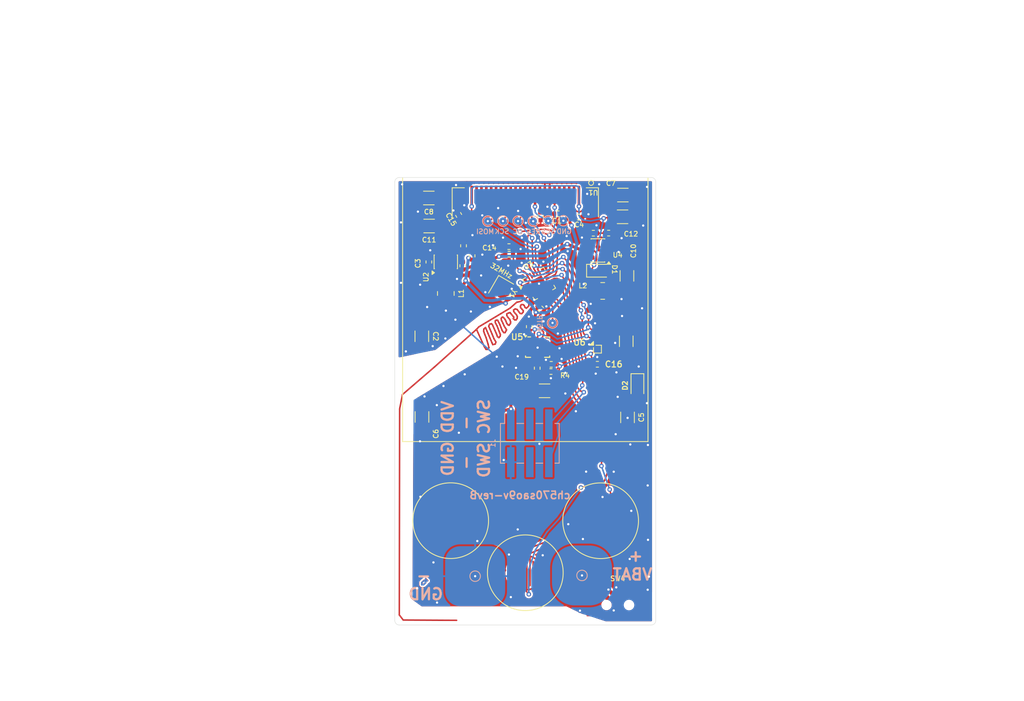
<source format=kicad_pcb>
(kicad_pcb (version 20241229) (generator "pcbnew") (generator_version "9.0")
  (layers (0 "F.Cu" signal) (2 "B.Cu" signal) (13 "F.Paste" user) (15 "B.Paste" user) (5 "F.SilkS" user "F.Silkscreen") (7 "B.SilkS" user "B.Silkscreen") (1 "F.Mask" user) (3 "B.Mask" user) (25 "Edge.Cuts" user))
  (net 0 "")
  (net 1 "GND")
  (net 2 "VDD")
  (net 3 "Net-(U2-BOOT)")
  (net 4 "Net-(U1-VCOMH)")
  (net 5 "SWD")
  (net 7 "SWCLK")
  (net 9 "Net-(U2-SW)")
  (net 10 "+9V")
  (net 11 "VPP")
  (net 12 "Net-(D1-A)")
  (net 13 "Net-(U2-FB)")
  (net 14 "Net-(U4-FB)")
  (net 15 "Net-(U1-IREF)")
  (net 16 "Net-(U2-EN)")
  (net 17 "B0")
  (net 18 "B1")
  (net 19 "B2")
  (net 20 "MOSI")
  (net 21 "Net-(U3-V5)")
  (net 22 "RES")
  (net 23 "MEAS")
  (net 25 "BS1")
  (net 26 "D{slash}C")
  (net 28 "SCK")
  (net 30 "SCS")
  (net 31 "Net-(U3-XO)")
  (net 32 "Net-(U3-XI)")
  (net 43 "Net-(BT1-+)")
  (net 44 "IMUVC")
  (net 49 "Net-(D2-A)")
  (footprint "Inductor_SMD:L_1008_2520Metric" (layer "F.Cu") (at 189.4 95.28 -90)
    (property "Reference" "L1")
    (property "Value" "10uH")
  )
  (footprint "Resistor_SMD:R_0402_1005Metric" (layer "F.Cu") (at 187.14 91.08 -90)
    (property "Reference" "C3")
    (property "Value" "100n")
  )
  (footprint "cnhardware:LGA-14_3x2.5mm_P0.5mm_LayoutBorder3x4y_EVEN_PADS" (layer "F.Cu") (at 201.64 102.4425)
    (property "Reference" "U5")
    (property "Value" "LSM6DS3" (hide yes))
  )
  (footprint "Resistor_SMD:R_0402_1005Metric" (layer "F.Cu") (at 191.11 84.8 120)
    (property "Reference" "C15")
    (property "Value" "1u")
  )
  (footprint "Capacitor_SMD:C_1206_3216Metric" (layer "F.Cu") (at 187.175 86.28 180)
    (property "Reference" "C11")
    (property "Value" "4.7u")
  )
  (footprint "Capacitor_SMD:C_1206_3216Metric" (layer "F.Cu") (at 186.22 111.76 90)
    (property "Reference" "C6")
    (property "Value" "4.7u")
  )
  (footprint "Package_TO_SOT_SMD:SOT-23-6" (layer "F.Cu") (at 209.6825 89.54 180)
    (property "Reference" "U4")
    (property "Value" "HX3608_BOOST")
  )
  (footprint "Crystal:Crystal_SMD_2016-4Pin_2.0x1.6mm" (layer "F.Cu") (at 196.77 94.63 -120)
    (property "Reference" "Y1")
    (property "Value" "32MHz")
  )
  (footprint "Resistor_SMD:R_0402_1005Metric" (layer "F.Cu") (at 204.36 84.65 180)
    (property "Reference" "C1")
    (property "Value" "100n")
  )
  (footprint "cnhardware:BTC007_Button_Silicone" (layer "F.Cu") (at 200 132.55 180)
    (property "Reference" "SW1" (hide yes))
    (property "Value" "TS-1187A-B-A-B" (hide yes))
  )
  (footprint "cnhardware:R_0402_1005Metric_COMPACT" (layer "F.Cu") (at 211.112501 87.227498)
    (property "Reference" "R8" (hide yes))
    (property "Value" "1M" (hide yes))
  )
  (footprint "cnhardware:R_0402_1005Metric_COMPACT" (layer "F.Cu") (at 200.53 99.71 90)
    (property "Reference" "R9" (hide yes))
    (property "Value" "33k" (hide yes))
  )
  (footprint "cnhardware:R_0402_1005Metric_COMPACT" (layer "F.Cu") (at 203.42 105.7)
    (property "Reference" "R4")
    (property "Value" "10" (hide yes))
  )
  (footprint "cnhardware:BTC007_Button_Silicone" (layer "F.Cu") (at 210.041858 125.61 -60)
    (property "Reference" "SW3" (hide yes))
    (property "Value" "TS-1187A-B-A-B" (hide yes))
  )
  (footprint "Capacitor_SMD:C_1206_3216Metric" (layer "F.Cu") (at 187.135 82.54 180)
    (property "Reference" "C8")
    (property "Value" "4.7u")
  )
  (footprint "cnhardware:R_0402_1005Metric_COMPACT" (layer "F.Cu") (at 191.66 91.59 -90)
    (property "Reference" "R7" (hide yes))
    (property "Value" "33k" (hide yes))
  )
  (footprint "swadgeparts:SW_SPDT_PCM12" (layer "F.Cu") (at 212.330002 136.529999)
    (property "Reference" "SW4")
    (property "Value" "SW_SPDT")
  )
  (footprint "Inductor_SMD:L_1008_2520Metric" (layer "F.Cu") (at 210.32 94.94)
    (property "Reference" "L2")
    (property "Value" "10uH")
  )
  (footprint "Capacitor_SMD:C_1206_3216Metric" (layer "F.Cu") (at 186.2 100.995 -90)
    (property "Reference" "C2")
    (property "Value" "4.7u")
  )
  (footprint "Package_DFN_QFN:QFN-20-1EP_3x3mm_P0.4mm_EP1.65x1.65mm" (layer "F.Cu") (at 201.835737 93.98141 30)
    (property "Reference" "U3")
    (property "Value" "CH572Q")
  )
  (footprint "Resistor_SMD:R_0402_1005Metric" (layer "F.Cu") (at 202.050624 97.340625 -45)
    (property "Reference" "C13" (hide yes))
    (property "Value" "100n")
  )
  (footprint "cnhardware:RB150-2828KSWKG01" (layer "F.Cu") (at 200 82.15 180)
    (property "Reference" "U1")
    (property "Value" "~")
  )
  (footprint "Package_BGA:WLP-4_0.83x0.83mm_P0.4mm" (layer "F.Cu") (at 209.62 102.71)
    (property "Reference" "U6")
    (property "Value" "QMC6309")
  )
  (footprint "Capacitor_SMD:C_1206_3216Metric" (layer "F.Cu") (at 213.63 111.82 -90)
    (property "Reference" "C5")
    (property "Value" "4.7u")
  )
  (footprint "cnhardware:BTC007_Button_Silicone" (layer "F.Cu") (at 190.048142 125.6 60)
    (property "Reference" "SW2" (hide yes))
    (property "Value" "TS-1187A-B-A-B" (hide yes))
  )
  (footprint "cnhardware:R_0402_1005Metric_COMPACT" (layer "F.Cu") (at 192.9 90.26 90)
    (property "Reference" "R5" (hide yes))
    (property "Value" "100k" (hide yes))
  )
  (footprint "Capacitor_SMD:C_1206_3216Metric" (layer "F.Cu") (at 213.46 101.66 90)
    (property "Reference" "C9" (hide yes))
    (property "Value" "4.7u")
  )
  (footprint "Diode_SMD:D_SOD-323" (layer "F.Cu") (at 209.785001 92.247498)
    (property "Reference" "D1")
    (property "Value" "1N4148")
  )
  (footprint "cnhardware:R_0402_1005Metric_COMPACT" (layer "F.Cu") (at 197.85 90.04)
    (property "Reference" "R6" (hide yes))
    (property "Value" "33k" (hide yes))
  )
  (footprint "cnhardware:R_0402_1005Metric_COMPACT" (layer "F.Cu") (at 202.03 84.99 90)
    (property "Reference" "R3" (hide yes))
    (property "Value" "1M" (hide yes))
  )
  (footprint "Resistor_SMD:R_0402_1005Metric" (layer "F.Cu") (at 203.45 104.74 180)
    (property "Reference" "C17" (hide yes))
    (property "Value" "100n")
  )
  (footprint "cnhardware:R_0402_1005Metric_COMPACT" (layer "F.Cu") (at 191.76 88.92 -90)
    (property "Reference" "R1" (hide yes))
    (property "Value" "33k" (hide yes))
  )
  (footprint "Diode_SMD:D_SOD-323" (layer "F.Cu") (at 214.95 107.6025 -90)
    (property "Reference" "D2")
    (property "Value" "1N4148")
  )
  (footprint "Resistor_SMD:R_0402_1005Metric" (layer "F.Cu") (at 209.61 104.73)
    (property "Reference" "C16")
    (property "Value" "1u")
  )
  (footprint "Capacitor_SMD:C_1206_3216Metric" (layer "F.Cu") (at 213.01 82.15)
    (property "Reference" "C7")
    (property "Value" "4.7u")
  )
  (footprint "Resistor_SMD:R_0402_1005Metric" (layer "F.Cu") (at 197.82 89.03 180)
    (property "Reference" "C14")
    (property "Value" "10n")
  )
  (footprint "Capacitor_SMD:C_1206_3216Metric" (layer "F.Cu") (at 213.552501 92.932498 90)
    (property "Reference" "C10")
    (property "Value" "4.7u")
  )
  (footprint "Resistor_SMD:R_0402_1005Metric" (layer "F.Cu") (at 207.09 85.09)
    (property "Reference" "C4")
    (property "Value" "1u")
  )
  (footprint "Capacitor_SMD:C_1206_3216Metric" (layer "F.Cu") (at 212.97 85.05)
    (property "Reference" "C12")
    (property "Value" "4.7u")
  )
  (footprint "Package_TO_SOT_SMD:SOT-23-6" (layer "F.Cu") (at 189.4 91.0625 90)
    (property "Reference" "U2")
    (property "Value" "TPS54302")
  )
  (footprint "cnhardware:R_0402_1005Metric_COMPACT" (layer "F.Cu") (at 209.072501 87.237498 180)
    (property "Reference" "R2" (hide yes))
    (property "Value" "51k" (hide yes))
  )
  (footprint "Resistor_SMD:R_0402_1005Metric" (layer "F.Cu") (at 201.59 105.25 90)
    (property "Reference" "C18" (hide yes))
    (property "Value" "100n")
  )
  (footprint "Capacitor_SMD:C_1206_3216Metric" (layer "F.Cu") (at 202.565 108.27)
    (property "Reference" "C19")
    (property "Value" "4.7u")
  )
  (footprint "TestPoint:TestPoint_Pad_D1.0mm" (layer "B.Cu") (at 199.03 85.62)
    (property "Reference" "TP4" (hide yes))
    (property "Value" "DC")
  )
  (footprint "TestPoint:TestPoint_Pad_D1.0mm" (layer "B.Cu") (at 207.56 132.91 180)
    (property "Reference" "TP7" (hide yes))
    (property "Value" "VBAT")
  )
  (footprint "TestPoint:TestPoint_Pad_D1.0mm" (layer "B.Cu") (at 193.31 133.01 180)
    (property "Reference" "TP9" (hide yes))
    (property "Value" "GND")
  )
  (footprint "TestPoint:TestPoint_Pad_D1.0mm" (layer "B.Cu") (at 203.06 85.6)
    (property "Reference" "TP5" (hide yes))
    (property "Value" "SCS")
  )
  (footprint "TestPoint:TestPoint_Pad_D1.0mm" (layer "B.Cu") (at 195 85.63)
    (property "Reference" "TP1" (hide yes))
    (property "Value" "MOSI")
  )
  (footprint "TestPoint:TestPoint_Pad_D1.0mm" (layer "B.Cu") (at 201.05 85.64)
    (property "Reference" "TP6" (hide yes))
    (property "Value" "RES")
  )
  (footprint "TestPoint:TestPoint_Pad_D1.0mm" (layer "B.Cu") (at 203.63 99.21 180)
    (property "Reference" "TP2" (hide yes))
    (property "Value" "V5TP")
  )
  (footprint "TestPoint:TestPoint_Pad_D1.0mm" (layer "B.Cu") (at 197.02 85.62)
    (property "Reference" "TP3" (hide yes))
    (property "Value" "SCK")
  )
  (footprint "Connector_PinHeader_2.54mm:PinHeader_2x03_P2.54mm_Vertical_SMD" (layer "B.Cu") (at 200.6 115.274999 -90)
    (property "Reference" "J1")
    (property "Value" "SAO")
  )
  (footprint "TestPoint:TestPoint_Pad_D1.0mm" (layer "B.Cu") (at 205.075 85.575 180)
    (property "Reference" "TP8" (hide yes))
    (property "Value" "GND")
  )
  (gr_line (start 186.212 133.85) (end 186.466 133.596) (stroke (width 0.2)) (layer "F.Cu"))
  (gr_line (start 186.974 133.596) (end 186.72 133.342) (stroke (width 0.2)) (layer "F.Cu"))
  (gr_line (start 186.212 134.104) (end 186.212 133.85) (stroke (width 0.2)) (layer "F.Cu"))
  (gr_line (start 186.72 133.342) (end 186.72 133.85) (stroke (width 0.2)) (layer "F.Cu"))
  (gr_line (start 186.72 133.85) (end 186.466 134.104) (stroke (width 0.2)) (layer "F.Cu"))
  (gr_line (start 186.466 134.104) (end 186.212 134.104) (stroke (width 0.2)) (layer "F.Cu"))
  (gr_line (start 186.466 133.596) (end 186.974 133.596) (stroke (width 0.2)) (layer "F.Cu"))
  (gr_line (start 186.686 133.892) (end 186.686 133.384) (stroke (width 0.2)) (layer "B.Cu"))
  (gr_line (start 186.178 134.146) (end 186.432 134.145999) (stroke (width 0.2)) (layer "B.Cu"))
  (gr_line (start 186.94 133.638) (end 186.432 133.638) (stroke (width 0.2)) (layer "B.Cu"))
  (gr_line (start 186.178 133.892) (end 186.178 134.146) (stroke (width 0.2)) (layer "B.Cu"))
  (gr_line (start 186.686 133.384) (end 186.94 133.638) (stroke (width 0.2)) (layer "B.Cu"))
  (gr_line (start 186.432 134.145999) (end 186.686 133.892) (stroke (width 0.2)) (layer "B.Cu"))
  (gr_line (start 186.432 133.638) (end 186.178 133.892) (stroke (width 0.2)) (layer "B.Cu"))
  (gr_line (start 216.36 79.9) (end 216.36 115.04) (stroke (width 0.12)) (layer "F.SilkS"))
  (gr_line (start 183.64 115.04) (end 183.64 79.87) (stroke (width 0.12)) (layer "F.SilkS"))
  (gr_line (start 216.36 115.04) (end 183.64 115.04) (stroke (width 0.12)) (layer "F.SilkS"))
  (gr_line (start 183.2 139.525736) (end 216.8 139.525736) (stroke (width 0.05)) (layer "Edge.Cuts"))
  (gr_line (start 216.8 79.8) (end 183.2 79.8) (stroke (width 0.05)) (layer "Edge.Cuts"))
  (gr_arc (start 182.6 80.4) (mid 182.775736 79.975736) (end 183.2 79.8) (stroke (width 0.05)) (layer "Edge.Cuts"))
  (gr_arc (start 217.4 138.925736) (mid 217.224264 139.35) (end 216.8 139.525736) (stroke (width 0.05)) (layer "Edge.Cuts"))
  (gr_arc (start 216.8 79.8) (mid 217.224264 79.975736) (end 217.4 80.4) (stroke (width 0.05)) (layer "Edge.Cuts"))
  (gr_arc (start 183.2 139.525736) (mid 182.775736 139.35) (end 182.6 138.925736) (stroke (width 0.05)) (layer "Edge.Cuts"))
  (gr_line (start 182.6 80.4) (end 182.6 138.919128) (stroke (width 0.05)) (layer "Edge.Cuts"))
  (gr_line (start 217.4 138.925736) (end 217.4 80.4) (stroke (width 0.05)) (layer "Edge.Cuts"))
  (gr_text "+" (at 213.6 131.16 0) (layer "B.SilkS") (effects (font (size 1.5 1.5) (thickness 0.3) (bold yes)) (justify left bottom)))
  (gr_text "VDD GND\n -   -\nSWC SWD" (at 195.36 114.63 90) (layer "B.SilkS") (effects (font (size 1.5 1.5) (thickness 0.3) (bold yes)) (justify bottom mirror)))
  (gr_text "-" (at 185.33 133.81 0) (layer "B.SilkS") (effects (font (size 1.5 1.5) (thickness 0.3)) (justify left bottom)))
  (gr_text "ch570sao9v-revB" (at 206.13 122.79 0) (layer "B.SilkS") (effects (font (size 1 1) (thickness 0.2) (bold yes)) (justify left bottom mirror)))
  (segment (start 213.98 88.05) (end 212.44 89.74) (width 0.2) (layer "F.Cu") (net 1))
  (segment (start 195.67 88.846793) (end 191.76 88.41) (width 0.2) (layer "F.Cu") (net 1))
  (segment (start 196.31 98.85) (end 196.12 98.85) (width 0.2) (layer "F.Cu") (net 1))
  (segment (start 197.13 100.51) (end 196.92 100.24) (width 0.2) (layer "F.Cu") (net 1))
  (segment (start 208.42 84.71) (end 207.6 85.09) (width 0.2) (layer "F.Cu") (net 1))
  (segment (start 199.13 97.72) (end 198.92 97.42) (width 0.2) (layer "F.Cu") (net 1))
  (segment (start 206.1 89.85) (end 206.84 91.87) (width 0.2) (layer "F.Cu") (net 1))
  (segment (start 213.63 113.295) (end 211.3 111.83) (width 0.2) (layer "F.Cu") (net 1))
  (segment (start 186.61 92.412571) (end 185.974905 94.11) (width 0.2) (layer "F.Cu") (net 1))
  (segment (start 186.61 92.412571) (end 186.5 92.4) (width 0.2) (layer "F.Cu") (net 1))
  (segment (start 197.53 99.27) (end 197.37 98.87) (width 0.2) (layer "F.Cu") (net 1))
  (segment (start 204.83 88.84) (end 205.16 89.41) (width 0.2) (layer "F.Cu") (net 1))
  (segment (start 200.14 97.25) (end 199.97 97.15) (width 0.2) (layer "F.Cu") (net 1))
  (segment (start 199.37 97.17) (end 199.55 97.37) (width 0.2) (layer "F.Cu") (net 1))
  (segment (start 196.29 101.05) (end 196.15 100.67) (width 0.2) (layer "F.Cu") (net 1))
  (segment (start 187.9 105.08) (end 183.62 108.77) (width 0.2) (layer "F.Cu") (net 1))
  (segment (start 193.8 99.74) (end 193.489892 100.069892) (width 0.2) (layer "F.Cu") (net 1))
  (segment (start 196.48 101.18) (end 196.29 101.05) (width 0.2) (layer "F.Cu") (net 1))
  (segment (start 203.25 82.15) (end 203.26 83.38) (width 0.2) (layer "F.Cu") (net 1))
  (segment (start 191.82 84.19) (end 190.41 84.21) (width 0.2) (layer "F.Cu") (net 1))
  (segment (start 210.82 89.54) (end 211.92 89.51) (width 0.2) (layer "F.Cu") (net 1))
  (segment (start 202.380624 97.670625) (end 202.81 97) (width 0.2) (layer "F.Cu") (net 1))
  (segment (start 198.99 103.66) (end 199.84 102.2) (width 0.2) (layer "F.Cu") (net 1))
  (segment (start 195.03 102.03) (end 195.15 102.52) (width 0.2) (layer "F.Cu") (net 1))
  (segment (start 194.69 99.83) (end 194.48 100.02) (width 0.2) (layer "F.Cu") (net 1))
  (segment (start 197.3 100.51) (end 197.13 100.51) (width 0.2) (layer "F.Cu") (net 1))
  (segment (start 196.08 101.76) (end 196 102.03) (width 0.2) (layer "F.Cu") (net 1))
  (segment (start 208.234446 86.505554) (end 208.562501 87.237498) (width 0.2) (layer "F.Cu") (net 1))
  (segment (start 209.19 80.4) (end 209.85 80.71) (width 0.2) (layer "F.Cu") (net 1))
  (segment (start 186.04 91.41) (end 186.33 87.46) (width 0.2) (layer "F.Cu") (net 1))
  (segment (start 197 99.22) (end 197.19 99.65) (width 0.2) (layer "F.Cu") (net 1))
  (segment (start 208.47 97.65) (end 213.46 100.185) (width 0.2) (layer "F.Cu") (net 1))
  (segment (start 194.79 101.23) (end 195.03 102.03) (width 0.2) (layer "F.Cu") (net 1))
  (segment (start 214.485 82.15) (end 214.445 85.05) (width 0.2) (layer "F.Cu") (net 1))
  (segment (start 197.52 98.18) (end 197.64 98.41) (width 0.2) (layer "F.Cu") (net 1))
  (segment (start 197.77 97.88) (end 197.53 98.01) (width 0.2) (layer "F.Cu") (net 1))
  (segment (start 198.59 98.81) (end 198.4 98.64) (width 0.2) (layer "F.Cu") (net 1))
  (segment (start 198.01 87.35) (end 199.3 86.14) (width 0.2) (layer "F.Cu") (net 1))
  (segment (start 199.54 87.84) (end 198.01 87.35) (width 0.2) (layer "F.Cu") (net 1))
  (segment (start 194.57 100.68) (end 194.79 101.23) (width 0.2) (layer "F.Cu") (net 1))
  (segment (start 187.65 102.31) (end 184.07 103.01) (width 0.2) (layer "F.Cu") (net 1))
  (segment (start 202.8 84.58) (end 202.03 85.5) (width 0.2) (layer "F.Cu") (net 1))
  (segment (start 186.5 92.4) (end 186.04 91.41) (width 0.2) (layer "F.Cu") (net 1))
  (segment (start 196.25 99.65) (end 196.57 100.5) (width 0.2) (layer "F.Cu") (net 1))
  (segment (start 198.45 97.68) (end 198.61 97.89) (width 0.2) (layer "F.Cu") (net 1))
  (segment (start 191.920033 106.070033) (end 196.19 103.72) (width 0.2) (layer "F.Cu") (net 1))
  (segment (start 195.15 102.52) (end 195.01 102.74) (width 0.2) (layer "F.Cu") (net 1))
  (segment (start 209.42 102.51) (end 208.71 101.94) (width 0.2) (layer "F.Cu") (net 1))
  (segment (start 195.61 99.44) (end 195.48 99.32) (width 0.2) (layer "F.Cu") (net 1))
  (segment (start 202.6 82.15) (end 202.6 80.45) (width 0.2) (layer "F.Cu") (net 1))
  (segment (start 200.48 96.73) (end 200.45 96.97) (width 0.2) (layer "F.Cu") (net 1))
  (segment (start 207.8 82) (end 207.82 80.47) (width 0.2) (layer "F.Cu") (net 1))
  (segment (start 202.6 80.45) (end 203.25 80.46) (width 0.2) (layer "F.Cu") (net 1))
  (segment (start 198.61 97.89) (end 198.82 98.12) (width 0.2) (layer "F.Cu") (net 1))
  (segment (start 183.62 108.77) (end 183.24 110.69) (width 0.2) (layer "F.Cu") (net 1))
  (segment (start 202.6 82.15) (end 202.59 83.44) (width 0.2) (layer "F.Cu") (net 1))
  (segment (start 197.41 100.31) (end 197.3 100.51) (width 0.2) (layer "F.Cu") (net 1))
  (segment (start 196.65 100.97) (end 196.48 101.18) (width 0.2) (layer "F.Cu") (net 1))
  (segment (start 197.64 98.41) (end 197.94 98.77) (width 0.2) (layer "F.Cu") (net 1))
  (segment (start 196.82 98.86) (end 197 99.22) (width 0.2) (layer "F.Cu") (net 1))
  (segment (start 214.445 85.05) (end 214.34 86.54) (width 0.2) (layer "F.Cu") (net 1))
  (segment (start 197.83 99.53) (end 197.68 99.46) (width 0.2) (layer "F.Cu") (net 1))
  (segment (start 197.31 89.03) (end 198.01 87.35) (width 0.2) (layer "F.Cu") (net 1))
  (segment (start 193.489892 100.069892) (end 187.9 105.08) (width 0.2) (layer "F.Cu") (net 1))
  (segment (start 199.33 97.96) (end 199.13 97.72) (width 0.2) (layer "F.Cu") (net 1))
  (segment (start 199.85 96.88) (end 199.68 96.76) (width 0.2) (layer "F.Cu") (net 1))
  (segment (start 201.64 103.355) (end 201.63 104.12) (width 0.2) (layer "F.Cu") (net 1))
  (segment (start 200.45 96.97) (end 200.14 97.25) (width 0.2) (layer "F.Cu") (net 1))
  (segment (start 186.33 87.46) (end 185.7 86.28) (width 0.2) (layer "F.Cu") (net 1))
  (segment (start 199.34 96.35) (end 198.85 96.46) (width 0.2) (layer "F.Cu") (net 1))
  (segment (start 192.2 80.4) (end 191.26 80.42) (width 0.2) (layer "F.Cu") (net 1))
  (segment (start 197.97 97.84) (end 197.77 97.88) (width 0.2) (layer "F.Cu") (net 1))
  (segment (start 198.34 98.29) (end 198.13 98.04) (width 0.2) (layer "F.Cu") (net 1))
  (segment (start 199.3 86.14) (end 200.07 85.86) (width 0.2) (layer "F.Cu") (net 1))
  (segment (start 197.68 99.46) (end 197.53 99.27) (width 0.2) (layer "F.Cu") (net 1))
  (segment (start 198.91 98.6) (end 198.8 98.8) (width 0.2) (layer "F.Cu") (net 1))
  (segment (start 198.04 99.07) (end 198.02 99.29) (width 0.2) (layer "F.Cu") (net 1))
  (segment (start 202.15 102.87) (end 201.64 102.51) (width 0.2) (layer "F.Cu") (net 1))
  (segment (start 194.76 102.74) (end 194.53 102.38) (width 0.2) (layer "F.Cu") (net 1))
  (segment (start 197.22 98.63) (end 197.05 98.46) (width 0.2) (layer "F.Cu") (net 1))
  (segment (start 198.82 98.12) (end 198.94 98.37) (width 0.2) (layer "F.Cu") (net 1))
  (segment (start 195.58 100.73) (end 195.82 101.32) (width 0.2) (layer "F.Cu") (net 1))
  (segment (start 189.088439 107.628439) (end 191.920033 106.070033) (width 0.2) (layer "F.Cu") (net 1))
  (segment (start 196.93 98.44) (end 196.78 98.6) (width 0.2) (layer "F.Cu") (net 1))
  (segment (start 208.71 101.94) (end 208.51 102.08) (width 0.2) (layer "F.Cu") (net 1))
  (segment (start 191.76 88.41) (end 186.33 87.46) (width 0.2) (layer "F.Cu") (net 1))
  (segment (start 185.7 86.28) (end 185.679465 84.36) (width 0.2) (layer "F.Cu") (net 1))
  (segment (start 197.94 98.77) (end 198.04 99.07) (width 0.2) (layer "F.Cu") (net 1))
  (segment (start 183.24 110.69) (end 183.2 138.18) (width 0.2) (layer "F.Cu") (net 1))
  (segment (start 196.15 100.67) (end 195.61 99.44) (width 0.2) (layer "F.Cu") (net 1))
  (segment (start 199.35 96.97) (end 199.37 97.17) (width 0.2) (layer "F.Cu") (net 1))
  (segment (start 196.68 100.77) (end 196.65 100.97) (width 0.2) (layer "F.Cu") (net 1))
  (segment (start 194.48 100.02) (end 194.44 100.3) (width 0.2) (layer "F.Cu") (net 1))
  (segment (start 195.56 101.87) (end 194.69 99.83) (width 0.2) (layer "F.Cu") (net 1))
  (segment (start 197.37 98.87) (end 197.22 98.63) (width 0.2) (layer "F.Cu") (net 1))
  (segment (start 196.12 98.85) (end 195.99 98.93) (width 0.2) (layer "F.Cu") (net 1))
  (segment (start 196 99.17) (end 196.25 99.65) (width 0.2) (layer "F.Cu") (net 1))
  (segment (start 199.74 97.6) (end 199.71 97.77) (width 0.2) (layer "F.Cu") (net 1))
  (segment (start 195.66 102.11) (end 195.56 101.87) (width 0.2) (layer "F.Cu") (net 1))
  (segment (start 199.97 97.15) (end 199.85 96.88) (width 0.2) (layer "F.Cu") (net 1))
  (segment (start 202.14 103.355) (end 202.13 103.87) (width 0.2) (layer "F.Cu") (net 1))
  (segment (start 192.2 82) (end 192.2 80.4) (width 0.2) (layer "F.Cu") (net 1))
  (segment (start 183.72 138.86) (end 189.05 138.89) (width 0.2) (layer "F.Cu") (net 1))
  (segment (start 185.679465 84.36) (end 185.66 82.54) (width 0.2) (layer "F.Cu") (net 1))
  (segment (start 198.47 98.45) (end 198.34 98.29) (width 0.2) (layer "F.Cu") (net 1))
  (segment (start 197.37 99.93) (end 197.5 100.14) (width 0.2) (layer "F.Cu") (net 1))
  (segment (start 198.94 98.37) (end 198.91 98.6) (width 0.2) (layer "F.Cu") (net 1))
  (segment (start 202.13 103.87) (end 202.75 104.14) (width 0.2) (layer "F.Cu") (net 1))
  (segment (start 197.05 98.46) (end 196.93 98.44) (width 0.2) (layer "F.Cu") (net 1))
  (segment (start 199.71 97.77) (end 199.52 97.98) (width 0.2) (layer "F.Cu") (net 1))
  (segment (start 212.44 89.74) (end 213.552501 91.457498) (width 0.2) (layer "F.Cu") (net 1))
  (segment (start 201.7 104.25) (end 201.7 104.84) (width 0.2) (layer "F.Cu") (net 1))
  (segment (start 207.82 80.47) (end 209.19 80.4) (width 0.2) (layer "F.Cu") (net 1))
  (segment (start 184.28 98.64) (end 184.33 100.39) (width 0.2) (layer "F.Cu") (net 1))
  (segment (start 202.949048 83.71) (end 202.98 84.1) (width 0.2) (layer "F.Cu") (net 1))
  (segment (start 206.84 91.87) (end 207.79 94.03) (width 0.2) (layer "F.Cu") (net 1))
  (segment (start 187.55 92.52) (end 186.61 92.412571) (width 0.2) (layer "F.Cu") (net 1))
  (segment (start 201.19 96.12) (end 200.48 96.73) (width 0.2) (layer "F.Cu") (net 1))
  (segment (start 189.05 138.89) (end 190.84 138.9) (width 0.2) (layer "F.Cu") (net 1))
  (segment (start 202.6 80.45) (end 192.2 80.4) (width 0.2) (layer "F.Cu") (net 1))
  (segment (start 198.13 98.04) (end 197.97 97.84) (width 0.2) (layer "F.Cu") (net 1))
  (segment (start 196.57 100.5) (end 196.68 100.77) (width 0.2) (layer "F.Cu") (net 1))
  (segment (start 197.19 99.65) (end 197.37 99.93) (width 0.2) (layer "F.Cu") (net 1))
  (segment (start 199.68 96.76) (end 199.46 96.77) (width 0.2) (layer "F.Cu") (net 1))
  (segment (start 198.8 98.8) (end 198.59 98.81) (width 0.2) (layer "F.Cu") (net 1))
  (segment (start 197.5 100.14) (end 197.41 100.31) (width 0.2) (layer "F.Cu") (net 1))
  (segment (start 197.98 97.23) (end 196.717877 97.987877) (width 0.2) (layer "F.Cu") (net 1))
  (segment (start 185.974905 94.11) (end 184.28 98.64) (width 0.2) (layer "F.Cu") (net 1))
  (segment (start 197.12 117.51) (end 191.14 113.87) (width 0.2) (layer "F.Cu") (net 1))
  (segment (start 208.72 96.67) (end 208.47 97.65) (width 0.2) (layer "F.Cu") (net 1))
  (segment (start 203.25 80.46) (end 203.25 82.15) (width 0.2) (layer "F.Cu") (net 1))
  (segment (start 202.59 83.44) (end 202.949048 83.71) (width 0.2) (layer "F.Cu") (net 1))
  (segment (start 196.78 98.6) (end 196.82 98.86) (width 0.2) (layer "F.Cu") (net 1))
  (segment (start 195.82 101.32) (end 196.08 101.76) (width 0.2) (layer "F.Cu") (net 1))
  (segment (start 198.44 97.49) (end 198.45 97.68) (width 0.2) (layer "F.Cu") (net 1))
  (segment (start 203.26 83.38) (end 202.949048 83.71) (width 0.2) (layer "F.Cu") (net 1))
  (segment (start 188.45 92.2) (end 187.55 92.52) (width 0.2) (layer "F.Cu") (net 1))
  (segment (start 202.98 84.1) (end 202.8 84.58) (width 0.2) (layer "F.Cu") (net 1))
  (segment (start 205.51 87.62) (end 204.85 88.08) (width 0.2) (layer "F.Cu") (net 1))
  (segment (start 199.52 97.98) (end 199.33 97.96) (width 0.2) (layer "F.Cu") (net 1))
  (segment (start 198.4 98.64) (end 198.47 98.45) (width 0.2) (layer "F.Cu") (net 1))
  (segment (start 194.53 102.38) (end 193.489892 100.069892) (width 0.2) (layer "F.Cu") (net 1))
  (segment (start 196.59 99.39) (end 196.31 98.85) (width 0.2) (layer "F.Cu") (net 1))
  (segment (start 199.55 97.37) (end 199.74 97.6) (width 0.2) (layer "F.Cu") (net 1))
  (segment (start 208.234446 86.505554) (end 205.51 87.62) (width 0.2) (layer "F.Cu") (net 1))
  (segment (start 198.65 97.34) (end 198.44 97.49) (width 0.2) (layer "F.Cu") (net 1))
  (segment (start 211.92 89.51) (end 212.44 89.74) (width 0.2) (layer "F.Cu") (net 1))
  (segment (start 196.92 100.24) (end 196.59 99.39) (width 0.2) (layer "F.Cu") (net 1))
  (segment (start 214.34 86.54) (end 213.98 88.05) (width 0.2) (layer "F.Cu") (net 1))
  (segment (start 198.85 96.46) (end 197.98 97.23) (width 0.2) (layer "F.Cu") (net 1))
  (segment (start 187.65 102.31) (end 186.2 102.47) (width 0.2) (layer "F.Cu") (net 1))
  (segment (start 195.12 99.65) (end 195.58 100.73) (width 0.2) (layer "F.Cu") (net 1))
  (segment (start 195.24 99.38) (end 195.12 99.65) (width 0.2) (layer "F.Cu") (net 1))
  (segment (start 186.56 109.02) (end 189.088439 107.628439) (width 0.2) (layer "F.Cu") (net 1))
  (segment (start 201.64 103.355) (end 201.64 102.51) (width 0.2) (layer "F.Cu") (net 1))
  (segment (start 190.68 98.78) (end 187.29 100.97) (width 0.2) (layer "F.Cu") (net 1))
  (segment (start 183.2 138.18) (end 183.72 138.86) (width 0.2) (layer "F.Cu") (net 1))
  (segment (start 199.34 96.35) (end 200.98 95.39923) (width 0.2) (layer "F.Cu") (net 1))
  (segment (start 197.53 98.01) (end 197.52 98.18) (width 0.2) (layer "F.Cu") (net 1))
  (segment (start 186.22 110.285) (end 188.2 110.18) (width 0.2) (layer "F.Cu") (net 1))
  (segment (start 199.84 102.2) (end 200.4775 102.1925) (width 0.2) (layer "F.Cu") (net 1))
  (segment (start 195.99 98.93) (end 196 99.17) (width 0.2) (layer "F.Cu") (net 1))
  (segment (start 195.48 99.32) (end 195.24 99.38) (width 0.2) (layer "F.Cu") (net 1))
  (segment (start 207.6 85.09) (end 208.234446 86.505554) (width 0.2) (layer "F.Cu") (net 1))
  (segment (start 196.717877 97.987877) (end 194.312347 99.432347) (width 0.2) (layer "F.Cu") (net 1))
  (segment (start 199.46 96.77) (end 199.35 96.97) (width 0.2) (layer "F.Cu") (net 1))
  (segment (start 196 102.03) (end 195.66 102.11) (width 0.2) (layer "F.Cu") (net 1))
  (segment (start 201.63 104.12) (end 201.7 104.25) (width 0.2) (layer "F.Cu") (net 1))
  (segment (start 201.09 108.27) (end 203.41 106.59) (width 0.2) (layer "F.Cu") (net 1))
  (segment (start 184.33 100.39) (end 186.2 102.47) (width 0.2) (layer "F.Cu") (net 1))
  (segment (start 198.02 99.29) (end 197.83 99.53) (width 0.2) (layer "F.Cu") (net 1))
  (segment (start 195.01 102.74) (end 194.76 102.74) (width 0.2) (layer "F.Cu") (net 1))
  (segment (start 202.14 103.355) (end 202.15 102.87) (width 0.2) (layer "F.Cu") (net 1))
  (segment (start 205.16 89.41) (end 206.1 89.85) (width 0.2) (layer "F.Cu") (net 1))
  (segment (start 194.312347 99.432347) (end 193.8 99.74) (width 0.2) (layer "F.Cu") (net 1))
  (segment (start 194.44 100.3) (end 194.57 100.68) (width 0.2) (layer "F.Cu") (net 1))
  (segment (start 204.85 88.08) (end 204.83 88.84) (width 0.2) (layer "F.Cu") (net 1))
  (segment (start 207.82 80.47) (end 203.25 80.46) (width 0.2) (layer "F.Cu") (net 1))
  (segment (start 197.31 89.03) (end 195.67 88.846793) (width 0.2) (layer "F.Cu") (net 1))
  (segment (start 198.92 97.42) (end 198.65 97.34) (width 0.2) (layer "F.Cu") (net 1))
  (segment (start 191.86 83.51) (end 191.82 84.19) (width 0.2) (layer "F.Cu") (net 1))
  (via (at 191.920033 106.070033) (size 0.6) (drill 0.3) (layers "F.Cu" "B.Cu") (net 1))
  (via (at 205.73 126.07) (size 0.6) (drill 0.3) (layers "F.Cu" "B.Cu") (net 1))
  (via (at 193.6 128.32) (size 0.6) (drill 0.3) (layers "F.Cu" "B.Cu") (net 1))
  (via (at 208.25 81.99) (size 0.6) (drill 0.3) (layers "F.Cu" "B.Cu") (net 1))
  (via (at 198.99 103.66) (size 0.6) (drill 0.3) (layers "F.Cu" "B.Cu") (net 1))
  (via (at 212.32 109.08) (size 0.6) (drill 0.3) (layers "F.Cu" "B.Cu") (net 1))
  (via (at 198.76 105.21) (size 0.6) (drill 0.3) (layers "F.Cu" "B.Cu") (net 1))
  (via (at 199.52 91.2) (size 0.6) (drill 0.3) (layers "F.Cu" "B.Cu") (net 1))
  (via (at 200.07 85.86) (size 0.6) (drill 0.3) (layers "F.Cu" "B.Cu") (net 1))
  (via (at 209.85 80.71) (size 0.6) (drill 0.3) (layers "F.Cu" "B.Cu") (net 1))
  (via (at 216.49 133.07) (size 0.6) (drill 0.3) (layers "F.Cu" "B.Cu") (net 1))
  (via (at 215.12 105.03) (size 0.6) (drill 0.3) (layers "F.Cu" "B.Cu") (net 1))
  (via (at 202.81 97) (size 0.6) (drill 0.3) (layers "F.Cu" "B.Cu") (net 1))
  (via (at 183.57 80.72) (size 0.6) (drill 0.3) (layers "F.Cu" "B.Cu") (net 1))
  (via (at 185.974905 94.11) (size 0.6) (drill 0.3) (layers "F.Cu" "B.Cu") (net 1))
  (via (at 208.11 119.06) (size 0.6) (drill 0.3) (layers "F.Cu" "B.Cu") (net 1))
  (via (at 209.39 105.98) (size 0.6) (drill 0.3) (layers "F.Cu" "B.Cu") (net 1))
  (via (at 201.19 96.12) (size 0.6) (drill 0.3) (layers "F.Cu" "B.Cu") (net 1))
  (via (at 213.64 111.89) (size 0.6) (drill 0.3) (layers "F.Cu" "B.Cu") (net 1))
  (via (at 198.07 135.8) (size 0.6) (drill 0.3) (layers "F.Cu" "B.Cu") (net 1))
  (via (at 204.56 102.59) (size 0.6) (drill 0.3) (layers "F.Cu" "B.Cu") (net 1))
  (via (at 197.03 87.83) (size 0.6) (drill 0.3) (layers "F.Cu" "B.Cu") (net 1))
  (via (at 192.95 87.5) (size 0.6) (drill 0.3) (layers "F.Cu" "B.Cu") (net 1))
  (via (at 197.12 117.51) (size 0.6) (drill 0.3) (layers "F.Cu" "B.Cu") (net 1))
  (via (at 202.32 130.22) (size 0.6) (drill 0.3) (layers "F.Cu" "B.Cu") (net 1))
  (via (at 194.27 90.1) (size 0.6) (drill 0.3) (layers "F.Cu" "B.Cu") (net 1))
  (via (at 205.34 108.63) (size 0.6) (drill 0.3) (layers "F.Cu" "B.Cu") (net 1))
  (via (at 211.79 119.07) (size 0.6) (drill 0.3) (layers "F.Cu" "B.Cu") (net 1))
  (via (at 190.89 93.34) (size 0.6) (drill 0.3) (layers "F.Cu" "B.Cu") (net 1))
  (via (at 189.34 101.29) (size 0.6) (drill 0.3) (layers "F.Cu" "B.Cu") (net 1))
  (via (at 207.79 94.03) (size 0.6) (drill 0.3) (layers "F.Cu" "B.Cu") (net 1))
  (via (at 196.95 105.03) (size 0.6) (drill 0.3) (layers "F.Cu" "B.Cu") (net 1))
  (via (at 211.79 137.58) (size 0.6) (drill 0.3) (layers "F.Cu" "B.Cu") (net 1))
  (via (at 209.3 99.26) (size 0.6) (drill 0.3) (layers "F.Cu" "B.Cu") (net 1))
  (via (at 216.36 128.16) (size 0.6) (drill 0.3) (layers "F.Cu" "B.Cu") (net 1))
  (via (at 191.86 83.51) (size 0.6) (drill 0.3) (layers "F.Cu" "B.Cu") (net 1))
  (via (at 202.43 99) (size 0.6) (drill 0.3) (layers "F.Cu" "B.Cu") (net 1))
  (via (at 216.35 115.5) (size 0.6) (drill 0.3) (layers "F.Cu" "B.Cu") (net 1))
  (via (at 188.2 110.18) (size 0.6) (drill 0.3) (layers "F.Cu" "B.Cu") (net 1))
  (via (at 216.22 109.92) (size 0.6) (drill 0.3) (layers "F.Cu" "B.Cu") (net 1))
  (via (at 186.01 122.41) (size 0.6) (drill 0.3) (layers "F.Cu" "B.Cu") (net 1))
  (via (at 210.3 122.44) (size 0.6) (drill 0.3) (layers "F.Cu" "B.Cu") (net 1))
  (via (at 215.72 86.22) (size 0.6) (drill 0.3) (layers "F.Cu" "B.Cu") (net 1))
  (via (at 213.92 130.71) (size 0.6) (drill 0.3) (layers "F.Cu" "B.Cu") (net 1))
  (via (at 192.74 97.69) (size 0.6) (drill 0.3) (layers "F.Cu" "B.Cu") (net 1))
  (via (at 199.84 100.73) (size 0.6) (drill 0.3) (layers "F.Cu" "B.Cu") (net 1))
  (via (at 184.07 103.01) (size 0.6) (drill 0.3) (layers "F.Cu" "B.Cu") (net 1))
  (via (at 212.9 98.29) (size 0.6) (drill 0.3) (layers "F.Cu" "B.Cu") (net 1))
  (via (at 200.47 98.37) (size 0.6) (drill 0.3) (layers "F.Cu" "B.Cu") (net 1))
  (via (at 201.83 93.98) (size 0.6) (drill 0.3) (layers "F.Cu" "B.Cu") (net 1))
  (via (at 204.34 100.63) (size 0.6) (drill 0.3) (layers "F.Cu" "B.Cu") (net 1))
  (via (at 190.41 84.21) (size 0.6) (drill 0.3) (layers "F.Cu" "B.Cu") (net 1))
  (via (at 216.32 134.82) (size 0.6) (drill 0.3) (layers "F.Cu" "B.Cu") (net 1))
  (via (at 201.64 102.51) (size 0.6) (drill 0.3) (layers "F.Cu" "B.Cu") (net 1))
  (via (at 185.96 115.01) (size 0.6) (drill 0.3) (layers "F.Cu" "B.Cu") (net 1))
  (via (at 198.99 126.77) (size 0.6) (drill 0.3) (layers "F.Cu" "B.Cu") (net 1))
  (via (at 194.26 84.86) (size 0.6) (drill 0.3) (layers "F.Cu" "B.Cu") (net 1))
  (via (at 197.72 91.57) (size 0.6) (drill 0.3) (layers "F.Cu" "B.Cu") (net 1))
  (via (at 212.05 114.06) (size 0.6) (drill 0.3) (layers "F.Cu" "B.Cu") (net 1))
  (via (at 202.75 104.14) (size 0.6) (drill 0.3) (layers "F.Cu" "B.Cu") (net 1))
  (via (at 203.41 106.59) (size 0.6) (drill 0.3) (layers "F.Cu" "B.Cu") (net 1))
  (via (at 195.67 88.846793) (size 0.6) (drill 0.3) (layers "F.Cu" "B.Cu") (net 1))
  (via (at 214.13 124.29) (size 0.6) (drill 0.3) (layers "F.Cu" "B.Cu") (net 1))
  (via (at 211.98 101.88) (size 0.6) (drill 0.3) (layers "F.Cu" "B.Cu") (net 1))
  (via (at 193.31 133.01) (size 0.6) (drill 0.3) (layers "F.Cu" "B.Cu") (net 1))
  (via (at 186.91 97.09) (size 0.6) (drill 0.3) (layers "F.Cu" "B.Cu") (net 1))
  (via (at 194.67 95.11) (size 0.6) (drill 0.3) (layers "F.Cu" "B.Cu") (net 1))
  (via (at 186.56 109.02) (size 0.6) (drill 0.3) (layers "F.Cu" "B.Cu") (net 1))
  (via (at 199.04 84.27) (size 0.6) (drill 0.3) (layers "F.Cu" "B.Cu") (net 1))
  (via (at 188.23 136.53) (size 0.6) (drill 0.3) (layers "F.Cu" "B.Cu") (net 1))
  (via (at 189.41 97.57) (size 0.6) (drill 0.3) (layers "F.Cu" "B.Cu") (net 1))
  (via (at 205.34 105.87) (size 0.6) (drill 0.3) (layers "F.Cu" "B.Cu") (net 1))
  (via (at 201.88 115.35) (size 0.6) (drill 0.3) (layers "F.Cu" "B.Cu") (net 1))
  (via (at 215.57 97.26) (size 0.6) (drill 0.3) (layers "F.Cu" "B.Cu") (net 1))
  (via (at 194.11 92.88) (size 0.6) (drill 0.3) (layers "F.Cu" "B.Cu") (net 1))
  (via (at 205.075 85.575) (size 0.6) (drill 0.3) (layers "F.Cu" "B.Cu") (net 1))
  (via (at 216.23 81.06) (size 0.6) (drill 0.3) (layers "F.Cu" "B.Cu") (net 1))
  (via (at 197.37 96.6) (size 0.6) (drill 0.3) (layers "F.Cu" "B.Cu") (net 1))
  (via (at 199.37 89.35) (size 0.6) (drill 0.3) (layers "F.Cu" "B.Cu") (net 1))
  (via (at 207.29 137.61) (size 0.6) (drill 0.3) (layers "F.Cu" "B.Cu") (net 1))
  (via (at 204.84 104.02) (size 0.6) (drill 0.3) (layers "F.Cu" "B.Cu") (net 1))
  (via (at 190.68 98.78) (size 0.6) (drill 0.3) (layers "F.Cu" "B.Cu") (net 1))
  (via (at 209.49 86.19) (size 0.6) (drill 0.3) (layers "F.Cu" "B.Cu") (net 1))
  (via (at 191.14 113.87) (size 0.6) (drill 0.3) (layers "F.Cu" "B.Cu") (net 1))
  (via (at 198.19 94.66) (size 0.6) (drill 0.3) (layers "F.Cu" "B.Cu") (net 1))
  (via (at 216.32 120.9) (size 0.6) (drill 0.3) (layers "F.Cu" "B.Cu") (net 1))
  (via (at 208.42 84.71) (size 0.6) (drill 0.3) (layers "F.Cu" "B.Cu") (net 1))
  (via (at 205.650435 89.639565) (size 0.6) (drill 0.3) (layers "F.Cu" "B.Cu") (net 1))
  (via (at 212.84 87.9) (size 0.6) (drill 0.3) (layers "F.Cu" "B.Cu") (net 1))
  (via (at 208.51 102.08) (size 0.6) (drill 0.3) (layers "F.Cu" "B.Cu") (net 1))
  (via (at 212.83 96.03) (size 0.6) (drill 0.3) (layers "F.Cu" "B.Cu") (net 1))
  (via (at 205.51 87.62) (size 0.6) (drill 0.3) (layers "F.Cu" "B.Cu") (net 1))
  (via (at 214 115.43) (size 0.6) (drill 0.3) (layers "F.Cu" "B.Cu") (net 1))
  (via (at 212.13 134.5) (size 0.6) (drill 0.3) (layers "F.Cu" "B.Cu") (net 1))
  (via (at 183.42 85.8) (size 0.6) (drill 0.3) (layers "F.Cu" "B.Cu") (net 1))
  (via (at 187.65 102.31) (size 0.6) (drill 0.3) (layers "F.Cu" "B.Cu") (net 1))
  (via (at 201.7 88.22) (size 0.6) (drill 0.3) (layers "F.Cu" "B.Cu") (net 1))
  (via (at 212.15 105.81) (size 0.6) (drill 0.3) (layers "F.Cu" "B.Cu") (net 1))
  (via (at 199.54 87.84) (size 0.6) (drill 0.3) (layers "F.Cu" "B.Cu") (net 1))
  (via (at 185.57 134.62) (size 0.6) (drill 0.3) (layers "F.Cu" "B.Cu") (net 1))
  (via (at 195.27 97.06) (size 0.6) (drill 0.3) (layers "F.Cu" "B.Cu") (net 1))
  (via (at 183.42 93.86) (size 0.6) (drill 0.3) (layers "F.Cu" "B.Cu") (net 1))
  (via (at 202.41 91.04) (size 0.6) (drill 0.3) (layers "F.Cu" "B.Cu") (net 1))
  (via (at 212.44 89.74) (size 0.6) (drill 0.3) (layers "F.Cu" "B.Cu") (net 1))
  (via (at 185.679465 84.36) (size 0.6) (drill 0.3) (layers "F.Cu" "B.Cu") (net 1))
  (via (at 196.38 83.89) (size 0.6) (drill 0.3) (layers "F.Cu" "B.Cu") (net 1))
  (via (at 197.82 130.12) (size 0.6) (drill 0.3) (layers "F.Cu" "B.Cu") (net 1))
  (via (at 207.55 87.82) (size 0.6) (drill 0.3) (layers "F.Cu" "B.Cu") (net 1))
  (via (at 202.949048 83.71) (size 0.6) (drill 0.3) (layers "F.Cu" "B.Cu") (net 1))
  (via (at 196.19 103.72) (size 0.6) (drill 0.3) (layers "F.Cu" "B.Cu") (net 1))
  (via (at 206.74 111) (size 0.6) (drill 0.3) (layers "F.Cu" "B.Cu") (net 1))
  (via (at 208.72 96.67) (size 0.6) (drill 0.3) (layers "F.Cu" "B.Cu") (net 1))
  (via (at 207.68 128.05) (size 0.6) (drill 0.3) (layers "F.Cu" "B.Cu") (net 1))
  (via (at 187.75 131.17) (size 0.6) (drill 0.3) (layers "F.Cu" "B.Cu") (net 1))
  (via (at 187.32 89.52) (size 0.6) (drill 0.3) (layers "F.Cu" "B.Cu") (net 1))
  (via (at 209.59 103.76) (size 0.6) (drill 0.3) (layers "F.Cu" "B.Cu") (net 1))
  (via (at 189.088439 107.628439) (size 0.6) (drill 0.3) (layers "F.Cu" "B.Cu") (net 1))
  (via (at 190.76 80.81) (size 0.6) (drill 0.3) (layers "F.Cu" "B.Cu") (net 1))
  (segment (start 210.48 92.55) (end 212.44 89.74) (width 0.2) (layer "B.Cu") (net 1))
  (segment (start 207.79 94.03) (end 208.09 96.04) (width 0.2) (layer "B.Cu") (net 1))
  (segment (start 208.09 96.04) (end 208.72 96.67) (width 0.2) (layer "B.Cu") (net 1))
  (segment (start 198.99 103.66) (end 201.64 102.51) (width 0.2) (layer "B.Cu") (net 1))
  (segment (start 197.37 96.6) (end 196.65 96.64) (width 0.2) (layer "B.Cu") (net 1))
  (segment (start 207.79 94.03) (end 210.48 92.55) (width 0.2) (layer "B.Cu") (net 1))
  (segment (start 204.84 104.02) (end 204.53 103.79) (width 0.2) (layer "B.Cu") (net 1))
  (segment (start 194.67 95.11) (end 198.19 94.66) (width 0.2) (layer "B.Cu") (net 1))
  (segment (start 202.949048 83.71) (end 202.6 83) (width 0.2) (layer "B.Cu") (net 1))
  (segment (start 203.25 83) (end 202.949048 83.71) (width 0.2) (layer "B.Cu") (net 1))
  (segment (start 196.19 103.72) (end 190.68 98.78) (width 0.2) (layer "B.Cu") (net 1))
  (segment (start 202.81 97) (end 201.83 93.98) (width 0.2) (layer "B.Cu") (net 1))
  (segment (start 191.86 83.51) (end 192.2 83) (width 0.2) (layer "B.Cu") (net 1))
  (segment (start 197.41 96.64) (end 197.37 96.6) (width 0.2) (layer "B.Cu") (net 1))
  (segment (start 191.14 113.87) (end 188.2 110.18) (width 0.2) (layer "B.Cu") (net 1))
  (segment (start 204.53 103.79) (end 201.64 102.51) (width 0.2) (layer "B.Cu") (net 1))
  (segment (start 205.51 87.62) (end 202.45 88.6) (width 0.2) (layer "B.Cu") (net 1))
  (segment (start 190.41 84.21) (end 185.679465 84.36) (width 0.2) (layer "B.Cu") (net 1))
  (segment (start 201.19 96.12) (end 201.83 93.98) (width 0.2) (layer "B.Cu") (net 1))
  (segment (start 195.97 93.06) (end 195.67 88.846793) (width 0.2) (layer "B.Cu") (net 1))
  (segment (start 200.85 88.61) (end 201.2 88.48) (width 0.2) (layer "B.Cu") (net 1))
  (segment (start 204.84 104.02) (end 208.51 102.08) (width 0.2) (layer "B.Cu") (net 1))
  (segment (start 200.85 88.61) (end 199.54 87.84) (width 0.2) (layer "B.Cu") (net 1))
  (segment (start 201.2 88.48) (end 201.7 88.22) (width 0.2) (layer "B.Cu") (net 1))
  (segment (start 198.19 94.66) (end 201.83 93.98) (width 0.2) (layer "B.Cu") (net 1))
  (segment (start 198.06 117.799999) (end 197.12 117.51) (width 0.2) (layer "B.Cu") (net 1))
  (segment (start 202.45 88.6) (end 201.7 88.22) (width 0.2) (layer "B.Cu") (net 1))
  (segment (start 201.1 104.11) (end 200.78 104.45) (width 0.2) (layer "F.Cu") (net 2))
  (segment (start 201.08 105.22) (end 200.66 104.450804) (width 0.2) (layer "F.Cu") (net 2))
  (segment (start 202.43 100.81) (end 202.43 100.44) (width 0.2) (layer "F.Cu") (net 2))
  (segment (start 201.7 105.86) (end 201.08 105.22) (width 0.2) (layer "F.Cu") (net 2))
  (segment (start 189.4 96.355) (end 186.2 99.52) (width 0.4) (layer "F.Cu") (net 2))
  (segment (start 202.91 105.7) (end 201.7 105.86) (width 0.2) (layer "F.Cu") (net 2))
  (segment (start 202.01 99.87) (end 201.078017 99.068017) (width 0.2) (layer "F.Cu") (net 2))
  (segment (start 197.794187 104.47) (end 197.76 103.75) (width 0.4) (layer "F.Cu") (net 2))
  (segment (start 200.66 104.450804) (end 197.794187 104.47) (width 0.2) (layer "F.Cu") (net 2))
  (segment (start 202.14 101.53) (end 202.28 101.12) (width 0.2) (layer "F.Cu") (net 2))
  (segment (start 197.76 103.75) (end 198.44 101.64) (width 0.4) (layer "F.Cu") (net 2))
  (segment (start 200.78 104.45) (end 200.66 104.450804) (width 0.2) (layer "F.Cu") (net 2))
  (segment (start 204.87 84.65) (end 205.37 84.69) (width 0.2) (layer "F.Cu") (net 2))
  (segment (start 204.58 83.53) (end 204.58 84.15) (width 0.2) (layer "F.Cu") (net 2))
  (segment (start 199.63 99.72) (end 200.28 99.22) (width 0.4) (layer "F.Cu") (net 2))
  (segment (start 205.2 82) (end 204.55 82) (width 0.2) (layer "F.Cu") (net 2))
  (segment (start 191.56 94.56) (end 192.04 93.56) (width 0.4) (layer "F.Cu") (net 2))
  (segment (start 198.44 101.64) (end 199.63 99.72) (width 0.4) (layer "F.Cu") (net 2))
  (segment (start 197.945655 107.66) (end 197.794187 104.47) (width 0.4) (layer "F.Cu") (net 2))
  (segment (start 186.22 113.235) (end 198.09 110.7) (width 0.4) (layer "F.Cu") (net 2))
  (segment (start 201.14 103.355) (end 201.1 104.11) (width 0.2) (layer "F.Cu") (net 2))
  (segment (start 202.214327 95.437147) (end 202.5 95.95) (width 0.2) (layer "F.Cu") (net 2))
  (segment (start 200.28 99.22) (end 201.078017 99.068017) (width 0.4) (layer "F.Cu") (net 2))
  (segment (start 204.55 82) (end 204.58 83.53) (width 0.2) (layer "F.Cu") (net 2))
  (segment (start 198.09 110.7) (end 197.945655 107.66) (width 0.4) (layer "F.Cu") (net 2))
  (segment (start 189.4 96.355) (end 191.56 94.56) (width 0.4) (layer "F.Cu") (net 2))
  (segment (start 202.43 100.44) (end 202.01 99.87) (width 0.2) (layer "F.Cu") (net 2))
  (segment (start 205.37 84.69) (end 206.16 86.2) (width 0.4) (layer "F.Cu") (net 2))
  (segment (start 201.659376 96.949375) (end 202.16 96.11) (width 0.4) (layer "F.Cu") (net 2))
  (segment (start 202.16 96.11) (end 201.867917 95.637147) (width 0.2) (layer "F.Cu") (net 2))
  (segment (start 201.41 97.8) (end 201.659376 96.949375) (width 0.4) (layer "F.Cu") (net 2))
  (segment (start 202.5 95.95) (end 202.16 96.11) (width 0.2) (layer "F.Cu") (net 2))
  (segment (start 201.078017 99.068017) (end 201.19 98.91) (width 0.4) (layer "F.Cu") (net 2))
  (segment (start 202.28 101.12) (end 202.43 100.81) (width 0.2) (layer "F.Cu") (net 2))
  (segment (start 205.217925 84.16) (end 204.84 84.41) (width 0.2) (layer "F.Cu") (net 2))
  (segment (start 205.37 84.69) (end 205.217925 84.16) (width 0.2) (layer "F.Cu") (net 2))
  (segment (start 201.19 98.91) (end 201.41 97.8) (width 0.4) (layer "F.Cu") (net 2))
  (segment (start 204.58 84.15) (end 204.84 84.41) (width 0.2) (layer "F.Cu") (net 2))
  (segment (start 205.2 82) (end 205.217925 84.16) (width 0.2) (layer "F.Cu") (net 2))
  (segment (start 192.9 90.77) (end 192.42 90.55) (width 0.4) (layer "F.Cu") (net 2))
  (via (at 206.16 86.2) (size 0.6) (drill 0.3) (layers "F.Cu" "B.Cu") (net 2))
  (via (at 201.41 97.8) (size 0.6) (drill 0.3) (layers "F.Cu" "B.Cu") (net 2))
  (via (at 198.09 110.7) (size 0.6) (drill 0.3) (layers "F.Cu" "B.Cu") (net 2))
  (via (at 192.42 90.55) (size 0.6) (drill 0.3) (layers "F.Cu" "B.Cu") (net 2))
  (via (at 192.04 93.56) (size 0.6) (drill 0.3) (layers "F.Cu" "B.Cu") (net 2))
  (segment (start 194.57 96.19) (end 192.04 93.56) (width 0.4) (layer "B.Cu") (net 2))
  (segment (start 206.16 86.2) (end 206.9 88.62) (width 0.4) (layer "B.Cu") (net 2))
  (segment (start 192.04 93.56) (end 192.42 90.55) (width 0.4) (layer "B.Cu") (net 2))
  (segment (start 206.26 93.23) (end 205.53 95.23) (width 0.4) (layer "B.Cu") (net 2))
  (segment (start 206.9 88.62) (end 206.27 90.99) (width 0.4) (layer "B.Cu") (net 2))
  (segment (start 205.53 95.23) (end 203.61 97.39) (width 0.4) (layer "B.Cu") (net 2))
  (segment (start 206.27 90.99) (end 206.26 93.23) (width 0.4) (layer "B.Cu") (net 2))
  (segment (start 203.61 97.39) (end 202.68 97.88) (width 0.4) (layer "B.Cu") (net 2))
  (segment (start 200.77 96.73) (end 199.75 95.92) (width 0.4) (layer "B.Cu") (net 2))
  (segment (start 198.09 110.7) (end 198.06 112.749999) (width 0.4) (layer "B.Cu") (net 2))
  (segment (start 197.35 95.93) (end 195.65 96.23) (width 0.4) (layer "B.Cu") (net 2))
  (segment (start 198.26 95.93) (end 197.35 95.93) (width 0.4) (layer "B.Cu") (net 2))
  (segment (start 199.75 95.92) (end 198.26 95.93) (width 0.4) (layer "B.Cu") (net 2))
  (segment (start 202.68 97.88) (end 201.41 97.8) (width 0.4) (layer "B.Cu") (net 2))
  (segment (start 201.41 97.8) (end 200.77 96.73) (width 0.4) (layer "B.Cu") (net 2))
  (segment (start 194.57 96.19) (end 195.65 96.23) (width 0.4) (layer "B.Cu") (net 2))
  (segment (start 187.14 90.57) (end 188.45 89.925) (width 0.2) (layer "F.Cu") (net 3))
  (segment (start 206.49 84.47) (end 206.58 85.09) (width 0.2) (layer "F.Cu") (net 4))
  (segment (start 209.19 83.63) (end 209.84 83.47) (width 0.2) (layer "F.Cu") (net 4))
  (segment (start 208.28 83.81) (end 209.19 83.63) (width 0.2) (layer "F.Cu") (net 4))
  (segment (start 206.77 84.27) (end 207.21 84.44) (width 0.2) (layer "F.Cu") (net 4))
  (segment (start 211.535 82.15) (end 209.84 83.47) (width 0.2) (layer "F.Cu") (net 4))
  (segment (start 206.492753 83.79) (end 206.5 82) (width 0.2) (layer "F.Cu") (net 4))
  (segment (start 207.21 84.44) (end 208.28 83.81) (width 0.2) (layer "F.Cu") (net 4))
  (segment (start 206.492753 83.79) (end 206.77 84.27) (width 0.2) (layer "F.Cu") (net 4))
  (segment (start 206.49 84.47) (end 206.492753 83.79) (width 0.2) (layer "F.Cu") (net 4))
  (segment (start 204.32 93.79) (end 204.17 93.69) (width 0.2) (layer "F.Cu") (net 5))
  (segment (start 203.97 93.69) (end 203.491474 93.94923) (width 0.2) (layer "F.Cu") (net 5))
  (segment (start 206.95 107.79) (end 206.91 107.25) (width 0.2) (layer "F.Cu") (net 5))
  (segment (start 204.17 93.69) (end 203.97 93.69) (width 0.2) (layer "F.Cu") (net 5))
  (segment (start 207.3 108.26) (end 206.95 107.79) (width 0.2) (layer "F.Cu") (net 5))
  (segment (start 207.8 108.46) (end 207.3 108.26) (width 0.2) (layer "F.Cu") (net 5))
  (segment (start 204.47 93.98) (end 205.04 95) (width 0.2) (layer "F.Cu") (net 5))
  (segment (start 207.18 106.31) (end 205.04 95) (width 0.2) (layer "F.Cu") (net 5))
  (segment (start 204.47 93.98) (end 204.32 93.79) (width 0.2) (layer "F.Cu") (net 5))
  (segment (start 206.91 107.25) (end 207.18 106.31) (width 0.2) (layer "F.Cu") (net 5))
  (via (at 207.8 108.46) (size 0.6) (drill 0.3) (layers "F.Cu" "B.Cu") (net 5))
  (segment (start 204.25 112.55) (end 204.38 114.25) (width 0.2) (layer "B.Cu") (net 5))
  (segment (start 207.8 108.46) (end 204.25 112.55) (width 0.2) (layer "B.Cu") (net 5))
  (segment (start 204.38 114.25) (end 203.14 117.799999) (width 0.2) (layer "B.Cu") (net 5))
  (segment (start 207.7 106.78) (end 205.39 94.67) (width 0.2) (layer "F.Cu") (net 7))
  (segment (start 204.5 93.36) (end 204.9 93.8) (width 0.2) (layer "F.Cu") (net 7))
  (segment (start 205.39 94.67) (end 204.9 93.8) (width 0.2) (layer "F.Cu") (net 7))
  (segment (start 207.59 107.55) (end 207.7 106.78) (width 0.2) (layer "F.Cu") (net 7))
  (segment (start 203.291474 93.60282) (end 203.85 93.28) (width 0.2) (layer "F.Cu") (net 7))
  (segment (start 204.21 93.27) (end 204.5 93.36) (width 0.2) (layer "F.Cu") (net 7))
  (segment (start 203.85 93.28) (end 204.21 93.27) (width 0.2) (layer "F.Cu") (net 7))
  (via (at 207.59 107.55) (size 0.6) (drill 0.3) (layers "F.Cu" "B.Cu") (net 7))
  (segment (start 203.14 112.749999) (end 207.53 107.85) (width 0.2) (layer "B.Cu") (net 7))
  (segment (start 207.53 107.85) (end 207.59 107.55) (width 0.2) (layer "B.Cu") (net 7))
  (segment (start 188.45 91.17) (end 187.94 91.24) (width 0.2) (layer "F.Cu") (net 9))
  (segment (start 187.94 91.24) (end 187.14 91.59) (width 0.2) (layer "F.Cu") (net 9))
  (segment (start 188.84 91.28) (end 188.45 91.17) (width 0.2) (layer "F.Cu") (net 9))
  (segment (start 189.4 94.205) (end 189.4 92.2) (width 0.4) (layer "F.Cu") (net 9))
  (segment (start 189.4 92.2) (end 189.13 91.48) (width 0.2) (layer "F.Cu") (net 9))
  (segment (start 189.13 91.48) (end 188.84 91.28) (width 0.2) (layer "F.Cu") (net 9))
  (segment (start 205.590299 88.689701) (end 207.33 89.43) (width 0.4) (layer "F.Cu") (net 10))
  (segment (start 213.539341 106.5) (end 213.46 103.135) (width 0.4) (layer "F.Cu") (net 10))
  (segment (start 213.539341 106.5) (end 214.95 106.5525) (width 0.4) (layer "F.Cu") (net 10))
  (segment (start 214.271618 97.24) (end 213.552501 94.407498) (width 0.4) (layer "F.Cu") (net 10))
  (segment (start 207.33 89.43) (end 207.75 88.77) (width 0.4) (layer "F.Cu") (net 10))
  (segment (start 210.41 96.96) (end 209.67 96.64) (width 0.4) (layer "F.Cu") (net 10))
  (segment (start 214.82 99.4) (end 214.271618 97.24) (width 0.4) (layer "F.Cu") (net 10))
  (segment (start 209.67 96.64) (end 208.1 92.77) (width 0.4) (layer "F.Cu") (net 10))
  (segment (start 207.34 90.8) (end 207.3 90.04) (width 0.4) (layer "F.Cu") (net 10))
  (segment (start 213.46 103.135) (end 214.81 101.04) (width 0.4) (layer "F.Cu") (net 10))
  (segment (start 197.34 90.04) (end 196.49 90.348275) (width 0.4) (layer "F.Cu") (net 10))
  (segment (start 207.3 90.04) (end 207.33 89.43) (width 0.4) (layer "F.Cu") (net 10))
  (segment (start 207.75 88.77) (end 208.545 88.59) (width 0.4) (layer "F.Cu") (net 10))
  (segment (start 214.271618 97.24) (end 210.41 96.96) (width 0.4) (layer "F.Cu") (net 10))
  (segment (start 197.34 90.04) (end 191.66 92.1) (width 0.4) (layer "F.Cu") (net 10))
  (segment (start 213.63 110.345) (end 213.539341 106.5) (width 0.4) (layer "F.Cu") (net 10))
  (segment (start 214.81 101.04) (end 214.82 99.4) (width 0.4) (layer "F.Cu") (net 10))
  (segment (start 208.1 92.77) (end 207.34 90.8) (width 0.4) (layer "F.Cu") (net 10))
  (segment (start 190.35 92.2) (end 191.66 92.1) (width 0.4) (layer "F.Cu") (net 10))
  (via (at 205.590299 88.689701) (size 0.6) (drill 0.3) (layers "F.Cu" "B.Cu") (net 10))
  (via (at 196.49 90.348275) (size 0.6) (drill 0.3) (layers "F.Cu" "B.Cu") (net 10))
  (segment (start 205.590299 88.689701) (end 202.48 90.26) (width 0.4) (layer "B.Cu") (net 10))
  (segment (start 202.48 90.26) (end 196.49 90.348275) (width 0.4) (layer "B.Cu") (net 10))
  (segment (start 192.85 82) (end 192.85 83.66) (width 0.2) (layer "F.Cu") (net 11))
  (segment (start 209.4 89.8) (end 209.22 89.59) (width 0.2) (layer "F.Cu") (net 11))
  (segment (start 209.37 91.21) (end 209.16 91.49) (width 0.2) (layer "F.Cu") (net 11))
  (segment (start 192.84 84.19) (end 192.82 84.76) (width 0.2) (layer "F.Cu") (net 11))
  (segment (start 192.82 84.76) (end 192.28 85.03) (width 0.2) (layer "F.Cu") (net 11))
  (segment (start 209.37 91.21) (end 209.51 90.73) (width 0.2) (layer "F.Cu") (net 11))
  (segment (start 208.735001 92.247498) (end 209.37 91.21) (width 0.2) (layer "F.Cu") (net 11))
  (segment (start 192.28 85.03) (end 188.65 86.28) (width 0.2) (layer "F.Cu") (net 11))
  (segment (start 211.622501 87.227498) (end 211.495 85.05) (width 0.2) (layer "F.Cu") (net 11))
  (segment (start 207.15 82) (end 207.153567 83.66) (width 0.2) (layer "F.Cu") (net 11))
  (segment (start 209.52 90.08) (end 209.4 89.8) (width 0.2) (layer "F.Cu") (net 11))
  (segment (start 209.22 89.59) (end 208.545 89.54) (width 0.2) (layer "F.Cu") (net 11))
  (segment (start 209.51 90.73) (end 209.52 90.08) (width 0.2) (layer "F.Cu") (net 11))
  (segment (start 210.45 85.25) (end 211.495 85.05) (width 0.2) (layer "F.Cu") (net 11))
  (segment (start 192.85 83.66) (end 192.84 84.19) (width 0.2) (layer "F.Cu") (net 11))
  (segment (start 188.61 82.54) (end 188.65 86.28) (width 0.2) (layer "F.Cu") (net 11))
  (via (at 210.45 85.25) (size 0.6) (drill 0.3) (layers "F.Cu" "B.Cu") (net 11))
  (via (at 192.85 83.66) (size 0.6) (drill 0.3) (layers "F.Cu" "B.Cu") (net 11))
  (via (at 209.16 91.49) (size 0.6) (drill 0.3) (layers "F.Cu" "B.Cu") (net 11))
  (via (at 207.153567 83.66) (size 0.6) (drill 0.3) (layers "F.Cu" "B.Cu") (net 11))
  (segment (start 193.16 81.01) (end 202.68 80.93) (width 0.2) (layer "B.Cu") (net 11))
  (segment (start 192.85 83.66) (end 192.84 81.29) (width 0.2) (layer "B.Cu") (net 11))
  (segment (start 207.1 81.03) (end 207.2 81.37) (width 0.2) (layer "B.Cu") (net 11))
  (segment (start 208.73 85.6) (end 210.45 85.25) (width 0.2) (layer "B.Cu") (net 11))
  (segment (start 202.68 80.93) (end 206.75 80.92) (width 0.2) (layer "B.Cu") (net 11))
  (segment (start 209.16 91.49) (end 210.45 85.25) (width 0.2) (layer "B.Cu") (net 11))
  (segment (start 207.2 81.37) (end 207.15 83) (width 0.2) (layer "B.Cu") (net 11))
  (segment (start 207.153567 83.66) (end 207.16 84.85) (width 0.2) (layer "B.Cu") (net 11))
  (segment (start 207.15 83) (end 207.153567 83.66) (width 0.2) (layer "B.Cu") (net 11))
  (segment (start 207.71 85.48) (end 208.73 85.6) (width 0.2) (layer "B.Cu") (net 11))
  (segment (start 207.32 85.18) (end 207.71 85.48) (width 0.2) (layer "B.Cu") (net 11))
  (segment (start 192.84 81.29) (end 193.16 81.01) (width 0.2) (layer "B.Cu") (net 11))
  (segment (start 207.16 84.85) (end 207.32 85.18) (width 0.2) (layer "B.Cu") (net 11))
  (segment (start 206.75 80.92) (end 207.1 81.03) (width 0.2) (layer "B.Cu") (net 11))
  (segment (start 211.395 94.94) (end 210.835001 92.247498) (width 0.2) (layer "F.Cu") (net 12))
  (segment (start 210.835001 92.247498) (end 210.82 90.49) (width 0.2) (layer "F.Cu") (net 12))
  (segment (start 192.9 89.75) (end 191.76 89.43) (width 0.2) (layer "F.Cu") (net 13))
  (segment (start 190.35 89.925) (end 191.76 89.43) (width 0.2) (layer "F.Cu") (net 13))
  (segment (start 209.582501 87.237498) (end 210.602501 87.227498) (width 0.2) (layer "F.Cu") (net 14))
  (segment (start 210.82 88.59) (end 210.602501 87.227498) (width 0.2) (layer "F.Cu") (net 14))
  (segment (start 201.921726 84.13) (end 202.03 84.48) (width 0.2) (layer "F.Cu") (net 15))
  (segment (start 201.921726 84.13) (end 201.92 84.26) (width 0.2) (layer "F.Cu") (net 15))
  (segment (start 202.03 84.48) (end 202.04 84.46) (width 0.2) (layer "F.Cu") (net 15))
  (segment (start 201.95 82) (end 201.921726 84.13) (width 0.2) (layer "F.Cu") (net 15))
  (segment (start 189.77 90.73) (end 189.64 90.58) (width 0.2) (layer "F.Cu") (net 16))
  (segment (start 191.66 91.08) (end 190.04 90.88) (width 0.2) (layer "F.Cu") (net 16))
  (segment (start 190.04 90.88) (end 189.77 90.73) (width 0.2) (layer "F.Cu") (net 16))
  (segment (start 189.64 90.58) (end 189.4 89.925) (width 0.2) (layer "F.Cu") (net 16))
  (segment (start 203.4 95.76) (end 203.17744 95.505708) (width 0.2) (layer "F.Cu") (net 17))
  (segment (start 206.02 107.86) (end 206.13 105.69) (width 0.2) (layer "F.Cu") (net 17))
  (segment (start 206.55 109.22) (end 206.02 107.86) (width 0.2) (layer "F.Cu") (net 17))
  (segment (start 206.13 105.69) (end 204.5 97.16) (width 0.2) (layer "F.Cu") (net 17))
  (segment (start 208.08 111.26) (end 206.55 109.22) (width 0.2) (layer "F.Cu") (net 17))
  (segment (start 208.745842 120.799212) (end 209.12 118.42) (width 0.2) (layer "F.Cu") (net 17))
  (segment (start 207.41 121.18) (end 208.745842 120.799212) (width 0.2) (layer "F.Cu") (net 17))
  (segment (start 203.17744 95.505708) (end 202.907147 95.037147) (width 0.2) (layer "F.Cu") (net 17))
  (segment (start 209.12 118.42) (end 208.08 111.26) (width 0.2) (layer "F.Cu") (net 17))
  (segment (start 204.5 97.16) (end 203.4 95.76) (width 0.2) (layer "F.Cu") (net 17))
  (segment (start 200.47 135.42) (end 200 134.85) (width 0.2) (layer "F.Cu") (net 17))
  (via (at 200.47 135.42) (size 0.6) (drill 0.3) (layers "F.Cu" "B.Cu") (net 17))
  (via (at 207.41 121.18) (size 0.6) (drill 0.3) (layers "F.Cu" "B.Cu") (net 17))
  (segment (start 200.47 135.42) (end 200.44 132.12) (width 0.2) (layer "B.Cu") (net 17))
  (segment (start 200.44 132.12) (end 201.34 129.52) (width 0.2) (layer "B.Cu") (net 17))
  (segment (start 201.34 129.52) (end 202.91 127.08) (width 0.2) (layer "B.Cu") (net 17))
  (segment (start 202.91 127.08) (end 204.52 125.34) (width 0.2) (layer "B.Cu") (net 17))
  (segment (start 204.52 125.34) (end 207.41 121.18) (width 0.2) (layer "B.Cu") (net 17))
  (segment (start 203.563772 95.336591) (end 203.253557 94.837147) (width 0.2) (layer "F.Cu") (net 18))
  (segment (start 199.425 129.475) (end 200.225 129.4) (width 0.2) (layer "F.Cu") (net 18))
  (segment (start 207.1 126.725) (end 207 124.7) (width 0.2) (layer "F.Cu") (net 18))
  (segment (start 193.6 126.875) (end 199.425 129.475) (width 0.2) (layer "F.Cu") (net 18))
  (segment (start 206.85 108.72) (end 206.47 107.71) (width 0.2) (layer "F.Cu") (net 18))
  (segment (start 188.056284 124.45) (end 189.01 123.15) (width 0.2) (layer "F.Cu") (net 18))
  (segment (start 200.225 129.4) (end 207.1 126.725) (width 0.2) (layer "F.Cu") (net 18))
  (segment (start 190.12 123.11) (end 191.35 123.140943) (width 0.2) (layer "F.Cu") (net 18))
  (segment (start 192.325 123.925) (end 193.6 126.875) (width 0.2) (layer "F.Cu") (net 18))
  (segment (start 191.35 123.140943) (end 192.325 123.925) (width 0.2) (layer "F.Cu") (net 18))
  (segment (start 207.77 110.03) (end 206.85 108.72) (width 0.2) (layer "F.Cu") (net 18))
  (segment (start 208.53 111.08) (end 207.77 110.03) (width 0.2) (layer "F.Cu") (net 18))
  (segment (start 209.06 121.29) (end 209.56 118.65) (width 0.2) (layer "F.Cu") (net 18))
  (segment (start 189.01 123.15) (end 190.12 123.11) (width 0.2) (layer "F.Cu") (net 18))
  (segment (start 204.96 96.9) (end 203.563772 95.336591) (width 0.2) (layer "F.Cu") (net 18))
  (segment (start 207 124.7) (end 209.06 121.29) (width 0.2) (layer "F.Cu") (net 18))
  (segment (start 209.56 118.65) (end 208.53 111.08) (width 0.2) (layer "F.Cu") (net 18))
  (segment (start 206.61 105.63) (end 204.96 96.9) (width 0.2) (layer "F.Cu") (net 18))
  (segment (start 206.47 107.71) (end 206.61 105.63) (width 0.2) (layer "F.Cu") (net 18))
  (segment (start 199.32 93.83) (end 199.51 94.24) (width 0.2) (layer "F.Cu") (net 19))
  (segment (start 199.7 94.27) (end 200.18 94.01359) (width 0.2) (layer "F.Cu") (net 19))
  (segment (start 205.31 93.62) (end 205.75 94.39) (width 0.2) (layer "F.Cu") (net 19))
  (segment (start 210.18 117.59) (end 210.15 118.31) (width 0.2) (layer "F.Cu") (net 19))
  (segment (start 204.83 92.82) (end 205.31 93.62) (width 0.2) (layer "F.Cu") (net 19))
  (segment (start 211.25 121.45) (end 212.033716 124.46) (width 0.2) (layer "F.Cu") (net 19))
  (segment (start 199.51 94.24) (end 199.7 94.27) (width 0.2) (layer "F.Cu") (net 19))
  (segment (start 205.75 94.39) (end 210.18 117.59) (width 0.2) (layer "F.Cu") (net 19))
  (via (at 210.15 118.31) (size 0.6) (drill 0.3) (layers "F.Cu" "B.Cu") (net 19))
  (via (at 211.25 121.45) (size 0.6) (drill 0.3) (layers "F.Cu" "B.Cu") (net 19))
  (via (at 204.83 92.82) (size 0.6) (drill 0.3) (layers "F.Cu" "B.Cu") (net 19))
  (via (at 199.32 93.83) (size 0.6) (drill 0.3) (layers "F.Cu" "B.Cu") (net 19))
  (segment (start 210.15 118.31) (end 211.25 121.45) (width 0.2) (layer "B.Cu") (net 19))
  (segment (start 199.32 93.83) (end 204.83 92.82) (width 0.2) (layer "B.Cu") (net 19))
  (segment (start 201.76 91.8) (end 201.83 91.53) (width 0.2) (layer "F.Cu") (net 20))
  (segment (start 197.39 83.46) (end 197.05 84.24) (width 0.2) (layer "F.Cu") (net 20))
  (segment (start 201.334167 89.407963) (end 201.54 89.03) (width 0.2) (layer "F.Cu") (net 20))
  (segment (start 201.418342 90.819503) (end 201.334167 89.407963) (width 0.2) (layer "F.Cu") (net 20))
  (segment (start 201.803557 92.325673) (end 201.63 92.01) (width 0.2) (layer "F.Cu") (net 20))
  (segment (start 201.63 92.01) (end 201.76 91.8) (width 0.2) (layer "F.Cu") (net 20))
  (segment (start 196.4 84.88) (end 195 85.63) (width 0.2) (layer "F.Cu") (net 20))
  (segment (start 201.83 91.53) (end 201.65 91.12) (width 0.2) (layer "F.Cu") (net 20))
  (segment (start 201.65 91.12) (end 201.418342 90.819503) (width 0.2) (layer "F.Cu") (net 20))
  (segment (start 197.05 84.24) (end 196.4 84.88) (width 0.2) (layer "F.Cu") (net 20))
  (segment (start 197.4 82) (end 197.39 83.46) (width 0.2) (layer "F.Cu") (net 20))
  (via (at 195 85.63) (size 0.6) (drill 0.3) (layers "F.Cu" "B.Cu") (net 20))
  (via (at 201.54 89.03) (size 0.6) (drill 0.3) (layers "F.Cu" "B.Cu") (net 20))
  (segment (start 201.54 89.03) (end 200.91 89.17) (width 0.2) (layer "B.Cu") (net 20))
  (segment (start 199.47 88.55) (end 195 85.63) (width 0.2) (layer "B.Cu") (net 20))
  (segment (start 200.91 89.17) (end 199.47 88.55) (width 0.2) (layer "B.Cu") (net 20))
  (segment (start 203.67 97.14) (end 203.22 96.38) (width 0.2) (layer "F.Cu") (net 21))
  (segment (start 203.22 96.38) (end 202.560737 95.237147) (width 0.2) (layer "F.Cu") (net 21))
  (segment (start 203.63 99.21) (end 203.67 97.14) (width 0.2) (layer "F.Cu") (net 21))
  (via (at 203.63 99.21) (size 0.6) (drill 0.3) (layers "F.Cu" "B.Cu") (net 21))
  (segment (start 200.65 84.26) (end 200.74 84.75) (width 0.2) (layer "F.Cu") (net 22))
  (segment (start 203.19 92.27) (end 203.28 92.08) (width 0.2) (layer "F.Cu") (net 22))
  (segment (start 202.691474 92.56359) (end 203.19 92.27) (width 0.2) (layer "F.Cu") (net 22))
  (segment (start 203.16 89.63) (end 202.48 87.88) (width 0.2) (layer "F.Cu") (net 22))
  (segment (start 203.28 92.08) (end 203.29 91.81) (width 0.2) (layer "F.Cu") (net 22))
  (segment (start 203.29 91.81) (end 203.16 89.63) (width 0.2) (layer "F.Cu") (net 22))
  (segment (start 200.74 84.75) (end 201.05 85.64) (width 0.2) (layer "F.Cu") (net 22))
  (segment (start 200.65 84.26) (end 200.65 82) (width 0.2) (layer "F.Cu") (net 22))
  (via (at 201.05 85.64) (size 0.6) (drill 0.3) (layers "F.Cu" "B.Cu") (net 22))
  (via (at 202.48 87.88) (size 0.6) (drill 0.3) (layers "F.Cu" "B.Cu") (net 22))
  (segment (start 202.48 87.88) (end 201.05 85.64) (width 0.2) (layer "B.Cu") (net 22))
  (segment (start 210.63 120.14) (end 208.63 123.1) (width 0.2) (layer "F.Cu") (net 23))
  (segment (start 210.96 119.13) (end 210.63 120.14) (width 0.2) (layer "F.Cu") (net 23))
  (segment (start 207.53 124.89) (end 207.854679 126.844679) (width 0.2) (layer "F.Cu") (net 23))
  (segment (start 199.76 92.31) (end 199.25 92.273858) (width 0.2) (layer "F.Cu") (net 23))
  (segment (start 198.46 91.21) (end 199.25 92.273858) (width 0.2) (layer "F.Cu") (net 23))
  (segment (start 206.11 94.1) (end 205.39 92.37) (width 0.2) (layer "F.Cu") (net 23))
  (segment (start 200 130.25) (end 207.854679 126.844679) (width 0.2) (layer "F.Cu") (net 23))
  (segment (start 200.03 92.5) (end 199.76 92.31) (width 0.2) (layer "F.Cu") (net 23))
  (segment (start 206.11 94.1) (end 210.836245 117.886729) (width 0.2) (layer "F.Cu") (net 23))
  (segment (start 200.417917 93.125673) (end 200.03 92.5) (width 0.2) (layer "F.Cu") (net 23))
  (segment (start 205.39 92.37) (end 204.97 92.03) (width 0.2) (layer "F.Cu") (net 23))
  (segment (start 198.36 90.04) (end 198.33 89.03) (width 0.2) (layer "F.Cu") (net 23))
  (segment (start 192.04 126.75) (end 200 130.25) (width 0.2) (layer "F.Cu") (net 23))
  (segment (start 207.854679 126.844679) (end 208.05 126.76) (width 0.2) (layer "F.Cu") (net 23))
  (segment (start 210.836245 117.886729) (end 210.96 119.13) (width 0.2) (layer "F.Cu") (net 23))
  (segment (start 208.63 123.1) (end 207.53 124.89) (width 0.2) (layer "F.Cu") (net 23))
  (segment (start 198.36 90.04) (end 198.46 91.21) (width 0.2) (layer "F.Cu") (net 23))
  (via (at 204.97 92.03) (size 0.6) (drill 0.3) (layers "F.Cu" "B.Cu") (net 23))
  (via (at 199.25 92.273858) (size 0.6) (drill 0.3) (layers "F.Cu" "B.Cu") (net 23))
  (segment (start 204.42 91.95) (end 203.88 92.38) (width 0.2) (layer "B.Cu") (net 23))
  (segment (start 203.88 92.38) (end 201.09 93) (width 0.2) (layer "B.Cu") (net 23))
  (segment (start 201.09 93) (end 199.25 92.273858) (width 0.2) (layer "B.Cu") (net 23))
  (segment (start 204.92 92.03) (end 204.42 91.95) (width 0.2) (layer "B.Cu") (net 23))
  (segment (start 204.97 92.03) (end 204.92 92.03) (width 0.2) (layer "B.Cu") (net 23))
  (segment (start 207.42 97.54) (end 207.1 97.01) (width 0.2) (layer "F.Cu") (net 25))
  (segment (start 206.17 92.74) (end 205.59 91.69) (width 0.2) (layer "F.Cu") (net 25))
  (segment (start 207.58 98.49) (end 207.599284 99.748155) (width 0.2) (layer "F.Cu") (net 25))
  (segment (start 205.59 91.69) (end 204.9 91.23) (width 0.2) (layer "F.Cu") (net 25))
  (segment (start 207.1 97.01) (end 206.56 94.01) (width 0.2) (layer "F.Cu") (net 25))
  (segment (start 200.3 89.08) (end 200.26 88.25) (width 0.2) (layer "F.Cu") (net 25))
  (segment (start 207.775861 100.636849) (end 208.16 100.97) (width 0.2) (layer "F.Cu") (net 25))
  (segment (start 200.53 87.32) (end 201.65 87.18) (width 0.2) (layer "F.Cu") (net 25))
  (segment (start 200.561343 91.66) (end 200.43 91.26) (width 0.2) (layer "F.Cu") (net 25))
  (segment (start 202.5 87.24) (end 203.19 87.47) (width 0.2) (layer "F.Cu") (net 25))
  (segment (start 201.64 101.53) (end 201.62 101.1) (width 0.2) (layer "F.Cu") (net 25))
  (segment (start 200.561343 91.66) (end 200.15 91.83) (width 0.2) (layer "F.Cu") (net 25))
  (segment (start 200.33 87.65) (end 200.53 87.32) (width 0.2) (layer "F.Cu") (net 25))
  (segment (start 209.98 101.87) (end 208.16 100.97) (width 0.2) (layer "F.Cu") (net 25))
  (segment (start 207.599284 99.748155) (end 207.775861 100.636849) (width 0.2) (layer "F.Cu") (net 25))
  (segment (start 200.26 88.25) (end 200.33 87.65) (width 0.2) (layer "F.Cu") (net 25))
  (segment (start 201.65 87.18) (end 202.5 87.24) (width 0.2) (layer "F.Cu") (net 25))
  (segment (start 201.62 101.1) (end 201.82 100.68) (width 0.2) (layer "F.Cu") (net 25))
  (segment (start 201.110737 92.725673) (end 200.65 91.93) (width 0.2) (layer "F.Cu") (net 25))
  (segment (start 200.43 91.26) (end 200.3 89.08) (width 0.2) (layer "F.Cu") (net 25))
  (segment (start 209.82 102.51) (end 210.08 102.22) (width 0.2) (layer "F.Cu") (net 25))
  (segment (start 200.65 91.93) (end 200.561343 91.66) (width 0.2) (layer "F.Cu") (net 25))
  (segment (start 206.56 94.01) (end 206.17 92.74) (width 0.2) (layer "F.Cu") (net 25))
  (segment (start 203.9 82) (end 203.91 83.82) (width 0.2) (layer "F.Cu") (net 25))
  (segment (start 210.12 102.06) (end 209.98 101.87) (width 0.2) (layer "F.Cu") (net 25))
  (segment (start 210.08 102.22) (end 210.12 102.06) (width 0.2) (layer "F.Cu") (net 25))
  (via (at 200.15 91.83) (size 0.6) (drill 0.3) (layers "F.Cu" "B.Cu") (net 25))
  (via (at 203.19 87.47) (size 0.6) (drill 0.3) (layers "F.Cu" "B.Cu") (net 25))
  (via (at 207.42 97.54) (size 0.6) (drill 0.3) (layers "F.Cu" "B.Cu") (net 25))
  (via (at 208.16 100.97) (size 0.6) (drill 0.3) (layers "F.Cu" "B.Cu") (net 25))
  (via (at 204.9 91.23) (size 0.6) (drill 0.3) (layers "F.Cu" "B.Cu") (net 25))
  (via (at 201.82 100.68) (size 0.6) (drill 0.3) (layers "F.Cu" "B.Cu") (net 25))
  (via (at 207.58 98.49) (size 0.6) (drill 0.3) (layers "F.Cu" "B.Cu") (net 25))
  (via (at 203.91 83.82) (size 0.6) (drill 0.3) (layers "F.Cu" "B.Cu") (net 25))
  (segment (start 204.6 101.81) (end 208.16 100.97) (width 0.2) (layer "B.Cu") (net 25))
  (segment (start 201.82 100.68) (end 202.49 100.81) (width 0.2) (layer "B.Cu") (net 25))
  (segment (start 203.71 86.91) (end 203.19 87.47) (width 0.2) (layer "B.Cu") (net 25))
  (segment (start 204.19 101.91) (end 204.6 101.81) (width 0.2) (layer "B.Cu") (net 25))
  (segment (start 204.9 91.23) (end 204.23 91.48) (width 0.2) (layer "B.Cu") (net 25))
  (segment (start 201.22 92.54) (end 200.15 91.83) (width 0.2) (layer "B.Cu") (net 25))
  (segment (start 203.56 92.01) (end 201.22 92.54) (width 0.2) (layer "B.Cu") (net 25))
  (segment (start 204.06 85.63) (end 203.71 86.91) (width 0.2) (layer "B.Cu") (net 25))
  (segment (start 202.49 100.81) (end 204.19 101.91) (width 0.2) (layer "B.Cu") (net 25))
  (segment (start 203.91 83.82) (end 203.91 84.53) (width 0.2) (layer "B.Cu") (net 25))
  (segment (start 203.91 84.53) (end 204.06 85.63) (width 0.2) (layer "B.Cu") (net 25))
  (segment (start 207.42 97.54) (end 207.58 98.49) (width 0.2) (layer "B.Cu") (net 25))
  (segment (start 204.23 91.48) (end 203.56 92.01) (width 0.2) (layer "B.Cu") (net 25))
  (segment (start 201.152063 91.998805) (end 201.457147 92.525673) (width 0.2) (layer "F.Cu") (net 26))
  (segment (start 201.25 100.08) (end 201.14 101.53) (width 0.2) (layer "F.Cu") (net 26))
  (segment (start 200.91 87.9) (end 200.93 89.35) (width 0.2) (layer "F.Cu") (net 26))
  (segment (start 199.69 84.71) (end 199.03 85.62) (width 0.2) (layer "F.Cu") (net 26))
  (segment (start 207.78 96.82) (end 207.44 96.42) (width 0.2) (layer "F.Cu") (net 26))
  (segment (start 210.88 102.56) (end 210.35 101.66) (width 0.2) (layer "F.Cu") (net 26))
  (segment (start 209.82 102.91) (end 210.17 103.26) (width 0.2) (layer "F.Cu") (net 26))
  (segment (start 206.89 93.58) (end 206.53 92.55) (width 0.2) (layer "F.Cu") (net 26))
  (segment (start 210.67 103.16) (end 210.88 102.56) (width 0.2) (layer "F.Cu") (net 26))
  (segment (start 201.06 91.53) (end 201.04 91.7) (width 0.2) (layer "F.Cu") (net 26))
  (segment (start 200 83.38) (end 200 82) (width 0.2) (layer "F.Cu") (net 26))
  (segment (start 205.89 91.35) (end 205.07 90.42) (width 0.2) (layer "F.Cu") (net 26))
  (segment (start 201.18 91.59) (end 201.034954 91.11) (width 0.2) (layer "F.Cu") (net 26))
  (segment (start 199.93 83.84) (end 200 83.38) (width 0.2) (layer "F.Cu") (net 26))
  (segment (start 210.17 103.26) (end 210.43 103.33) (width 0.2) (layer "F.Cu") (net 26))
  (segment (start 199.93 83.84) (end 199.69 84.71) (width 0.2) (layer "F.Cu") (net 26))
  (segment (start 200.53 100.22) (end 201.25 100.08) (width 0.2) (layer "F.Cu") (net 26))
  (segment (start 209.8 100.64) (end 208.38 99.82) (width 0.2) (layer "F.Cu") (net 26))
  (segment (start 207.44 96.42) (end 206.89 93.58) (width 0.2) (layer "F.Cu") (net 26))
  (segment (start 210.35 101.66) (end 209.8 100.64) (width 0.2) (layer "F.Cu") (net 26))
  (segment (start 201.04 91.7) (end 201.152063 91.998805) (width 0.2) (layer "F.Cu") (net 26))
  (segment (start 206.53 92.55) (end 205.89 91.35) (width 0.2) (layer "F.Cu") (net 26))
  (segment (start 208.45 98.41) (end 208.38 99.82) (width 0.2) (layer "F.Cu") (net 26))
  (segment (start 201.034954 91.11) (end 200.93 89.35) (width 0.2) (layer "F.Cu") (net 26))
  (segment (start 210.43 103.33) (end 210.67 103.16) (width 0.2) (layer "F.Cu") (net 26))
  (segment (start 201.06 91.53) (end 201.034954 91.11) (width 0.2) (layer "F.Cu") (net 26))
  (via (at 208.38 99.82) (size 0.6) (drill 0.3) (layers "F.Cu" "B.Cu") (net 26))
  (via (at 201.25 100.08) (size 0.6) (drill 0.3) (layers "F.Cu" "B.Cu") (net 26))
  (via (at 199.03 85.62) (size 0.6) (drill 0.3) (layers "F.Cu" "B.Cu") (net 26))
  (via (at 207.78 96.82) (size 0.6) (drill 0.3) (layers "F.Cu" "B.Cu") (net 26))
  (via (at 200.91 87.9) (size 0.6) (drill 0.3) (layers "F.Cu" "B.Cu") (net 26))
  (via (at 208.45 98.41) (size 0.6) (drill 0.3) (layers "F.Cu" "B.Cu") (net 26))
  (via (at 201.18 91.59) (size 0.6) (drill 0.3) (layers "F.Cu" "B.Cu") (net 26))
  (via (at 205.07 90.42) (size 0.6) (drill 0.3) (layers "F.Cu" "B.Cu") (net 26))
  (segment (start 208.39 98.49) (end 208.18 97.83) (width 0.2) (layer "B.Cu") (net 26))
  (segment (start 208.18 97.83) (end 207.78 96.82) (width 0.2) (layer "B.Cu") (net 26))
  (segment (start 208.45 98.41) (end 208.39 98.49) (width 0.2) (layer "B.Cu") (net 26))
  (segment (start 200.91 87.9) (end 199.03 85.62) (width 0.2) (layer "B.Cu") (net 26))
  (segment (start 201.25 100.08) (end 202.41 100.05) (width 0.2) (layer "B.Cu") (net 26))
  (segment (start 204.2 90.87) (end 203.44 91.54) (width 0.2) (layer "B.Cu") (net 26))
  (segment (start 208.42 100.07) (end 208.38 99.82) (width 0.2) (layer "B.Cu") (net 26))
  (segment (start 202.29 91.79) (end 201.52 91.75) (width 0.2) (layer "B.Cu") (net 26))
  (segment (start 204.27 101.35) (end 208.42 100.07) (width 0.2) (layer "B.Cu") (net 26))
  (segment (start 202.41 100.05) (end 204.27 101.35) (width 0.2) (layer "B.Cu") (net 26))
  (segment (start 201.52 91.75) (end 201.18 91.59) (width 0.2) (layer "B.Cu") (net 26))
  (segment (start 203.44 91.54) (end 202.29 91.79) (width 0.2) (layer "B.Cu") (net 26))
  (segment (start 205.07 90.42) (end 204.2 90.87) (width 0.2) (layer "B.Cu") (net 26))
  (segment (start 198.07 83.52) (end 197.9 84.2) (width 0.2) (layer "F.Cu") (net 28))
  (segment (start 203.8 87.17) (end 203.89 87.5) (width 0.2) (layer "F.Cu") (net 28))
  (segment (start 203.7 88.01) (end 203.63 89.53) (width 0.2) (layer "F.Cu") (net 28))
  (segment (start 203.6 92.5) (end 202.891474 92.91) (width 0.2) (layer "F.Cu") (net 28))
  (segment (start 198.05 82) (end 198.07 83.52) (width 0.2) (layer "F.Cu") (net 28))
  (segment (start 203.89 87.5) (end 203.7 88.01) (width 0.2) (layer "F.Cu") (net 28))
  (segment (start 203.76 91.71) (end 203.71 92.27) (width 0.2) (layer "F.Cu") (net 28))
  (segment (start 202.52 86.68) (end 203.36 86.83) (width 0.2) (layer "F.Cu") (net 28))
  (segment (start 203.63 89.53) (end 203.76 91.71) (width 0.2) (layer "F.Cu") (net 28))
  (segment (start 199.29 87.03) (end 202.52 86.68) (width 0.2) (layer "F.Cu") (net 28))
  (segment (start 203.71 92.27) (end 203.6 92.5) (width 0.2) (layer "F.Cu") (net 28))
  (segment (start 203.36 86.83) (end 203.8 87.17) (width 0.2) (layer "F.Cu") (net 28))
  (segment (start 197.9 84.2) (end 197.02 85.62) (width 0.2) (layer "F.Cu") (net 28))
  (via (at 199.29 87.03) (size 0.6) (drill 0.3) (layers "F.Cu" "B.Cu") (net 28))
  (via (at 197.02 85.62) (size 0.6) (drill 0.3) (layers "F.Cu" "B.Cu") (net 28))
  (segment (start 199.29 87.03) (end 197.02 85.62) (width 0.2) (layer "B.Cu") (net 28))
  (segment (start 201.29 83.69) (end 201.3 82) (width 0.2) (layer "F.Cu") (net 30))
  (segment (start 203.753334 92.873864) (end 204.01 92.74) (width 0.2) (layer "F.Cu") (net 30))
  (segment (start 204.01 92.74) (end 204.18 92.35) (width 0.2) (layer "F.Cu") (net 30))
  (segment (start 204.27 87.03) (end 203.06 85.6) (width 0.2) (layer "F.Cu") (net 30))
  (segment (start 204.39 87.69) (end 204.27 87.03) (width 0.2) (layer "F.Cu") (net 30))
  (segment (start 203.091474 93.25641) (end 203.753334 92.873864) (width 0.2) (layer "F.Cu") (net 30))
  (segment (start 204.18 92.35) (end 204.39 87.69) (width 0.2) (layer "F.Cu") (net 30))
  (via (at 203.06 85.6) (size 0.6) (drill 0.3) (layers "F.Cu" "B.Cu") (net 30))
  (via (at 201.29 83.69) (size 0.6) (drill 0.3) (layers "F.Cu" "B.Cu") (net 30))
  (segment (start 201.67 84.84) (end 203.06 85.6) (width 0.2) (layer "B.Cu") (net 30))
  (segment (start 201.3 84.17) (end 201.35 84.48) (width 0.2) (layer "B.Cu") (net 30))
  (segment (start 201.29 83.69) (end 201.3 84.17) (width 0.2) (layer "B.Cu") (net 30))
  (segment (start 201.35 84.48) (end 201.67 84.84) (width 0.2) (layer "B.Cu") (net 30))
  (segment (start 198.59 93.98) (end 197.62 93.38) (width 0.2) (layer "F.Cu") (net 31))
  (segment (start 197.62 93.38) (end 197.27 93.32) (width 0.2) (layer "F.Cu") (net 31))
  (segment (start 199.49 94.71) (end 198.74 94.25) (width 0.2) (layer "F.Cu") (net 31))
  (segment (start 198.74 94.25) (end 198.59 93.98) (width 0.2) (layer "F.Cu") (net 31))
  (segment (start 197.27 93.32) (end 196.643686 93.748782) (width 0.2) (layer "F.Cu") (net 31))
  (segment (start 199.74 94.73) (end 199.49 94.71) (width 0.2) (layer "F.Cu") (net 31))
  (segment (start 200.38 94.36) (end 199.74 94.73) (width 0.2) (layer "F.Cu") (net 31))
  (segment (start 200.58 94.70641) (end 199.83 95.14) (width 0.2) (layer "F.Cu") (net 32))
  (segment (start 199.83 95.14) (end 199.07 95.04) (width 0.2) (layer "F.Cu") (net 32))
  (segment (start 197.75 95.47) (end 196.86 95.81) (width 0.2) (layer "F.Cu") (net 32))
  (segment (start 199.07 95.04) (end 198.11 95.27) (width 0.2) (layer "F.Cu") (net 32))
  (segment (start 198.11 95.27) (end 197.75 95.47) (width 0.2) (layer "F.Cu") (net 32))
  (segment (start 212.21 136.07) (end 212.71 137.5) (width 0.5) (layer "F.Cu") (net 43))
  (segment (start 212.21 136.07) (end 211.08 134.8) (width 0.5) (layer "F.Cu") (net 43))
  (segment (start 214.58 137.69) (end 214.84 137.3) (width 0.5) (layer "F.Cu") (net 43))
  (segment (start 213.14 137.8) (end 213.86 137.86) (width 0.5) (layer "F.Cu") (net 43))
  (segment (start 213.86 137.86) (end 214.58 137.69) (width 0.5) (layer "F.Cu") (net 43))
  (segment (start 210.8 134.05) (end 210.15 133.62) (width 0.5) (layer "F.Cu") (net 43))
  (segment (start 211.08 134.8) (end 210.8 134.05) (width 0.5) (layer "F.Cu") (net 43))
  (segment (start 214.94 136.69) (end 214.580002 135.099998) (width 0.5) (layer "F.Cu") (net 43))
  (segment (start 212.71 137.5) (end 213.14 137.8) (width 0.5) (layer "F.Cu") (net 43))
  (segment (start 210.15 133.62) (end 207.56 132.91) (width 0.5) (layer "F.Cu") (net 43))
  (segment (start 214.84 137.3) (end 214.94 136.69) (width 0.5) (layer "F.Cu") (net 43))
  (via (at 211.08 134.8) (size 0.6) (drill 0.3) (layers "F.Cu" "B.Cu") (net 43))
  (via (at 207.56 132.91) (size 0.6) (drill 0.3) (layers "F.Cu" "B.Cu") (net 43))
  (segment (start 204.39 106.16) (end 204.58 105) (width 0.2) (layer "F.Cu") (net 44))
  (segment (start 203.96 104.74) (end 204.58 105) (width 0.2) (layer "F.Cu") (net 44))
  (segment (start 209.1 104.73) (end 208.72 103.34) (width 0.2) (layer "F.Cu") (net 44))
  (segment (start 204.04 108.27) (end 204.39 106.16) (width 0.2) (layer "F.Cu") (net 44))
  (segment (start 209.42 102.91) (end 208.72 103.34) (width 0.2) (layer "F.Cu") (net 44))
  (segment (start 204.58 105) (end 204.273396 104.476604) (width 0.2) (layer "F.Cu") (net 44))
  (segment (start 204.273396 104.476604) (end 203.59 103.31) (width 0.2) (layer "F.Cu") (net 44))
  (segment (start 203.93 105.7) (end 204.58 105) (width 0.2) (layer "F.Cu") (net 44))
  (segment (start 203.59 103.31) (end 202.8025 103.1925) (width 0.2) (layer "F.Cu") (net 44))
  (via (at 208.72 103.34) (size 0.6) (drill 0.3) (layers "F.Cu" "B.Cu") (net 44))
  (via (at 204.58 105) (size 0.6) (drill 0.3) (layers "F.Cu" "B.Cu") (net 44))
  (segment (start 208.72 103.34) (end 204.7 104.95) (width 0.2) (layer "B.Cu") (net 44))
  (segment (start 204.7 104.95) (end 204.58 105) (width 0.2) (layer "B.Cu") (net 44))
  (segment (start 213.72 133.84) (end 213.28 134.16) (width 0.4) (layer "F.Cu") (net 49))
  (segment (start 215.53 130.85) (end 215.54 131.08) (width 0.4) (layer "F.Cu") (net 49))
  (segment (start 215.54 131.08) (end 215.5 131.46) (width 0.4) (layer "F.Cu") (net 49))
  (segment (start 213.28 134.16) (end 213.08 135.099999) (width 0.4) (layer "F.Cu") (net 49))
  (segment (start 215.47 113.27) (end 215.53 130.85) (width 0.4) (layer "F.Cu") (net 49))
  (segment (start 215.5 131.46) (end 215.32 131.82) (width 0.4) (layer "F.Cu") (net 49))
  (segment (start 214.63 132.73) (end 213.72 133.84) (width 0.4) (layer "F.Cu") (net 49))
  (segment (start 215.32 131.82) (end 215.03 132.29) (width 0.4) (layer "F.Cu") (net 49))
  (segment (start 215.47 113.27) (end 214.95 108.6525) (width 0.4) (layer "F.Cu") (net 49))
  (segment (start 215.03 132.29) (end 214.63 132.73) (width 0.4) (layer "F.Cu") (net 49))
  (zone (net 1) (net_name "GND") (layers "F.Cu" "B.Cu") (connect_pads (clearance 0.25)) (min_thickness 0.25) (fill yes (thermal_gap 0.25) (thermal_bridge_width 0.25))
    (polygon (pts (xy 180.5 77.5) (xy 218.5 77.5) (xy 218.5 141.5) (xy 207.5 138) (xy 205.46 137.03) (xy 186.17 137.03) (xy 184.95 136.14) (xy 185.07 115.8) (xy 185.099 109.5) (xy 196.45 102.63) (xy 200.84 96.95) (xy 200.21 95.61) (xy 198.58 95.99) (xy 194.5 97.72) (xy 193.11 98.81) (xy 188.02 102.81) (xy 181.72 104.12)))
  )
)
</source>
